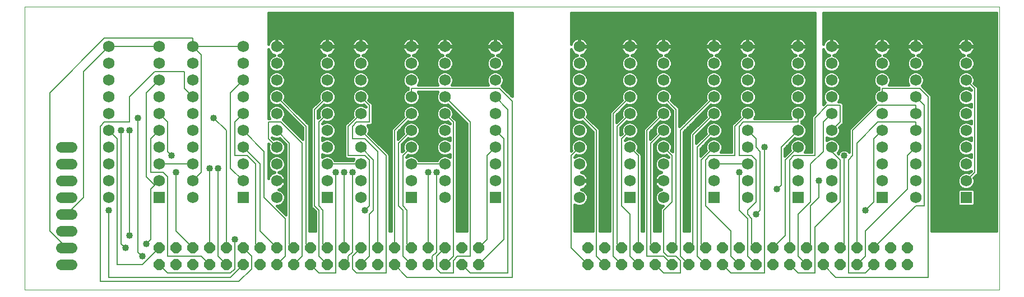
<source format=gtl>
G75*
G70*
%OFA0B0*%
%FSLAX24Y24*%
%IPPOS*%
%LPD*%
%AMOC8*
5,1,8,0,0,1.08239X$1,22.5*
%
%ADD10C,0.0000*%
%ADD11R,0.0680X0.0680*%
%ADD12C,0.0680*%
%ADD13OC8,0.0640*%
%ADD14C,0.0634*%
%ADD15C,0.0080*%
%ADD16C,0.0400*%
%ADD17C,0.0160*%
D10*
X000101Y000302D02*
X000101Y017172D01*
X058093Y017172D01*
X058093Y000302D01*
X000101Y000302D01*
D11*
X008101Y005802D03*
X013101Y005802D03*
X018101Y005802D03*
X023101Y005802D03*
X028101Y005802D03*
X036101Y005802D03*
X041101Y005802D03*
X046101Y005802D03*
X051101Y005802D03*
X056101Y005802D03*
D12*
X053101Y005802D03*
X053101Y006802D03*
X051101Y006802D03*
X048101Y006802D03*
X046101Y006802D03*
X046101Y007802D03*
X048101Y007802D03*
X048101Y008802D03*
X046101Y008802D03*
X046101Y009802D03*
X048101Y009802D03*
X051101Y009802D03*
X053101Y009802D03*
X056101Y009802D03*
X056101Y008802D03*
X056101Y007802D03*
X053101Y007802D03*
X051101Y007802D03*
X051101Y008802D03*
X053101Y008802D03*
X056101Y006802D03*
X048101Y005802D03*
X043101Y005802D03*
X043101Y006802D03*
X041101Y006802D03*
X038101Y006802D03*
X036101Y006802D03*
X033101Y006802D03*
X033101Y005802D03*
X028101Y006802D03*
X025101Y006802D03*
X023101Y006802D03*
X020101Y006802D03*
X018101Y006802D03*
X018101Y007802D03*
X020101Y007802D03*
X020101Y008802D03*
X018101Y008802D03*
X018101Y009802D03*
X020101Y009802D03*
X023101Y009802D03*
X025101Y009802D03*
X028101Y009802D03*
X028101Y008802D03*
X028101Y007802D03*
X025101Y007802D03*
X023101Y007802D03*
X023101Y008802D03*
X025101Y008802D03*
X025101Y010802D03*
X023101Y010802D03*
X020101Y010802D03*
X018101Y010802D03*
X018101Y011802D03*
X020101Y011802D03*
X023101Y011802D03*
X025101Y011802D03*
X028101Y011802D03*
X028101Y010802D03*
X033101Y010802D03*
X036101Y010802D03*
X038101Y010802D03*
X041101Y010802D03*
X043101Y010802D03*
X043101Y009802D03*
X041101Y009802D03*
X038101Y009802D03*
X036101Y009802D03*
X033101Y009802D03*
X033101Y008802D03*
X033101Y007802D03*
X036101Y007802D03*
X038101Y007802D03*
X038101Y008802D03*
X036101Y008802D03*
X041101Y008802D03*
X043101Y008802D03*
X043101Y007802D03*
X041101Y007802D03*
X038101Y005802D03*
X025101Y005802D03*
X020101Y005802D03*
X015101Y005802D03*
X015101Y006802D03*
X013101Y006802D03*
X010101Y006802D03*
X008101Y006802D03*
X005101Y006802D03*
X005101Y005802D03*
X010101Y005802D03*
X010101Y007802D03*
X008101Y007802D03*
X008101Y008802D03*
X010101Y008802D03*
X013101Y008802D03*
X015101Y008802D03*
X015101Y007802D03*
X013101Y007802D03*
X013101Y009802D03*
X015101Y009802D03*
X015101Y010802D03*
X013101Y010802D03*
X010101Y010802D03*
X008101Y010802D03*
X005101Y010802D03*
X005101Y009802D03*
X008101Y009802D03*
X010101Y009802D03*
X005101Y008802D03*
X005101Y007802D03*
X005101Y011802D03*
X008101Y011802D03*
X010101Y011802D03*
X013101Y011802D03*
X015101Y011802D03*
X015101Y012802D03*
X013101Y012802D03*
X013101Y013802D03*
X015101Y013802D03*
X015101Y014802D03*
X013101Y014802D03*
X010101Y014802D03*
X008101Y014802D03*
X005101Y014802D03*
X005101Y013802D03*
X005101Y012802D03*
X008101Y012802D03*
X010101Y012802D03*
X010101Y013802D03*
X008101Y013802D03*
X018101Y013802D03*
X020101Y013802D03*
X020101Y012802D03*
X018101Y012802D03*
X023101Y012802D03*
X025101Y012802D03*
X025101Y013802D03*
X023101Y013802D03*
X023101Y014802D03*
X025101Y014802D03*
X028101Y014802D03*
X028101Y013802D03*
X028101Y012802D03*
X033101Y012802D03*
X033101Y013802D03*
X036101Y013802D03*
X038101Y013802D03*
X038101Y012802D03*
X036101Y012802D03*
X036101Y011802D03*
X038101Y011802D03*
X041101Y011802D03*
X043101Y011802D03*
X043101Y012802D03*
X041101Y012802D03*
X041101Y013802D03*
X043101Y013802D03*
X043101Y014802D03*
X041101Y014802D03*
X038101Y014802D03*
X036101Y014802D03*
X033101Y014802D03*
X033101Y011802D03*
X020101Y014802D03*
X018101Y014802D03*
X046101Y014802D03*
X048101Y014802D03*
X051101Y014802D03*
X053101Y014802D03*
X056101Y014802D03*
X056101Y013802D03*
X056101Y012802D03*
X053101Y012802D03*
X051101Y012802D03*
X051101Y013802D03*
X053101Y013802D03*
X048101Y013802D03*
X046101Y013802D03*
X046101Y012802D03*
X048101Y012802D03*
X048101Y011802D03*
X046101Y011802D03*
X046101Y010802D03*
X048101Y010802D03*
X051101Y010802D03*
X053101Y010802D03*
X056101Y010802D03*
X056101Y011802D03*
X053101Y011802D03*
X051101Y011802D03*
D13*
X050601Y002802D03*
X049601Y002802D03*
X048601Y002802D03*
X047601Y002802D03*
X046601Y002802D03*
X045601Y002802D03*
X044601Y002802D03*
X043601Y002802D03*
X042601Y002802D03*
X041601Y002802D03*
X040601Y002802D03*
X039601Y002802D03*
X038601Y002802D03*
X037601Y002802D03*
X036601Y002802D03*
X035601Y002802D03*
X034601Y002802D03*
X033601Y002802D03*
X033601Y001802D03*
X034601Y001802D03*
X035601Y001802D03*
X036601Y001802D03*
X037601Y001802D03*
X038601Y001802D03*
X039601Y001802D03*
X040601Y001802D03*
X041601Y001802D03*
X042601Y001802D03*
X043601Y001802D03*
X044601Y001802D03*
X045601Y001802D03*
X046601Y001802D03*
X047601Y001802D03*
X048601Y001802D03*
X049601Y001802D03*
X050601Y001802D03*
X051601Y001802D03*
X052601Y001802D03*
X052601Y002802D03*
X051601Y002802D03*
X027101Y002802D03*
X026101Y002802D03*
X025101Y002802D03*
X024101Y002802D03*
X023101Y002802D03*
X022101Y002802D03*
X021101Y002802D03*
X020101Y002802D03*
X019101Y002802D03*
X018101Y002802D03*
X017101Y002802D03*
X016101Y002802D03*
X015101Y002802D03*
X014101Y002802D03*
X013101Y002802D03*
X012101Y002802D03*
X011101Y002802D03*
X010101Y002802D03*
X009101Y002802D03*
X008101Y002802D03*
X008101Y001802D03*
X009101Y001802D03*
X010101Y001802D03*
X011101Y001802D03*
X012101Y001802D03*
X013101Y001802D03*
X014101Y001802D03*
X015101Y001802D03*
X016101Y001802D03*
X017101Y001802D03*
X018101Y001802D03*
X019101Y001802D03*
X020101Y001802D03*
X021101Y001802D03*
X022101Y001802D03*
X023101Y001802D03*
X024101Y001802D03*
X025101Y001802D03*
X026101Y001802D03*
X027101Y001802D03*
D14*
X002918Y001802D02*
X002284Y001802D01*
X002284Y002802D02*
X002918Y002802D01*
X002918Y003802D02*
X002284Y003802D01*
X002284Y004802D02*
X002918Y004802D01*
X002918Y005802D02*
X002284Y005802D01*
X002284Y006802D02*
X002918Y006802D01*
X002918Y007802D02*
X002284Y007802D01*
X002284Y008802D02*
X002918Y008802D01*
D15*
X005101Y009802D02*
X005601Y009302D01*
X005601Y001802D01*
X007101Y001802D01*
X008101Y002802D01*
X007601Y003302D02*
X007351Y003052D01*
X007601Y003302D02*
X007601Y006302D01*
X007851Y006552D01*
X007351Y007052D01*
X007351Y012052D01*
X008101Y012802D01*
X007851Y013302D02*
X009601Y013302D01*
X009601Y012302D01*
X010101Y011802D01*
X012351Y012052D02*
X013101Y012802D01*
X012351Y012052D02*
X012351Y007552D01*
X013101Y006802D01*
X011601Y007552D02*
X011601Y002302D01*
X012101Y001802D01*
X011101Y001802D02*
X010601Y002302D01*
X008601Y002302D01*
X008601Y007052D01*
X008351Y007302D01*
X007601Y007302D01*
X007601Y009302D01*
X008101Y009802D01*
X008601Y010302D02*
X008101Y010802D01*
X006851Y010552D02*
X006851Y002552D01*
X007101Y002302D01*
X008101Y001802D02*
X008601Y001302D01*
X012351Y001302D01*
X012601Y001552D01*
X012601Y003302D01*
X013851Y003052D02*
X013851Y007802D01*
X013351Y008302D01*
X012601Y008302D01*
X012601Y010302D01*
X013101Y010802D01*
X012101Y009802D02*
X011351Y010552D01*
X012101Y009802D02*
X012101Y002802D01*
X011101Y002802D02*
X011101Y007552D01*
X010601Y007302D02*
X010601Y014302D01*
X010101Y014802D01*
X013101Y014802D01*
X010101Y014802D02*
X010101Y015302D01*
X004851Y015302D01*
X001601Y012052D01*
X001601Y003802D01*
X002601Y002802D01*
X005851Y003052D02*
X006101Y002802D01*
X005851Y003052D02*
X005851Y009802D01*
X006351Y009802D02*
X006351Y003552D01*
X009101Y003802D02*
X009101Y007302D01*
X010101Y006802D02*
X010601Y007302D01*
X010101Y007802D02*
X008101Y007802D01*
X008851Y008302D02*
X008601Y008552D01*
X008601Y010302D01*
X006351Y010302D02*
X006351Y011802D01*
X007851Y013302D01*
X005101Y014802D02*
X003601Y013302D01*
X003601Y005802D01*
X002601Y004802D01*
X005101Y005052D02*
X005101Y001052D01*
X012351Y001052D01*
X013101Y001802D01*
X013601Y001552D02*
X012851Y000802D01*
X004601Y000802D01*
X004601Y010052D01*
X004851Y010302D01*
X006351Y010302D01*
X013101Y009802D02*
X014351Y008552D01*
X014351Y005802D01*
X015601Y004552D01*
X015601Y002302D01*
X015101Y001802D01*
X016101Y001802D02*
X016601Y002302D01*
X016601Y009052D01*
X015351Y010302D01*
X014601Y010302D01*
X014601Y009302D01*
X015101Y008802D01*
X015851Y009052D02*
X015101Y009802D01*
X016851Y010052D02*
X015101Y011802D01*
X017351Y011052D02*
X018101Y011802D01*
X020101Y011802D02*
X020601Y011302D01*
X020601Y010302D01*
X019851Y010302D01*
X019601Y010052D01*
X019601Y009302D01*
X020351Y009302D01*
X021101Y008552D01*
X021101Y002802D01*
X022101Y002802D02*
X022101Y009802D01*
X023101Y010802D01*
X025101Y010802D02*
X025601Y010302D01*
X025601Y002302D01*
X025101Y001802D01*
X025601Y002052D02*
X025851Y002302D01*
X026601Y002302D01*
X026601Y010302D01*
X025101Y011802D01*
X023101Y011802D02*
X023101Y012302D01*
X028351Y012302D01*
X029101Y011552D01*
X029101Y001052D01*
X022851Y001052D01*
X022101Y001802D01*
X022601Y002302D02*
X023101Y001802D01*
X024101Y001802D02*
X024351Y002052D01*
X024351Y002302D01*
X024601Y002552D01*
X024601Y007302D01*
X024101Y007302D02*
X024101Y002802D01*
X024601Y002302D02*
X025101Y002802D01*
X024601Y002302D02*
X024601Y001552D01*
X024851Y001302D01*
X025601Y001302D01*
X025601Y002052D01*
X026101Y001802D02*
X026601Y001302D01*
X028851Y001302D01*
X028851Y011052D01*
X028101Y011802D01*
X033101Y010802D02*
X034101Y009802D01*
X034101Y002302D01*
X034601Y001802D01*
X035101Y002302D02*
X035601Y001802D01*
X036101Y002302D02*
X036601Y001802D01*
X037601Y001802D02*
X038101Y001302D01*
X039101Y001302D01*
X039101Y002052D01*
X038851Y002302D01*
X038351Y002302D01*
X038101Y002552D01*
X038101Y005052D01*
X038601Y005552D01*
X038601Y008302D01*
X038101Y008802D01*
X037351Y009052D02*
X038101Y009802D01*
X039101Y009802D02*
X041101Y011802D01*
X038851Y011052D02*
X038101Y011802D01*
X036101Y011802D02*
X035101Y010802D01*
X035101Y002302D01*
X036101Y002302D02*
X036101Y004802D01*
X035601Y005302D01*
X035601Y009302D01*
X036101Y009802D01*
X035351Y010052D02*
X036101Y010802D01*
X035351Y010052D02*
X035351Y003052D01*
X035601Y002802D01*
X036601Y002802D02*
X036601Y008302D01*
X036101Y008802D01*
X037351Y009052D02*
X037351Y003052D01*
X037601Y002802D01*
X038601Y002802D02*
X038851Y003052D01*
X038851Y011052D01*
X038101Y010802D02*
X037101Y009802D01*
X037101Y002302D01*
X038101Y002302D01*
X038601Y001802D01*
X039101Y002302D02*
X039601Y001802D01*
X040101Y002302D02*
X040601Y001802D01*
X041601Y001802D02*
X042101Y001302D01*
X044101Y001302D01*
X044101Y008802D01*
X043851Y008552D02*
X043601Y008802D01*
X043601Y009302D01*
X043101Y009802D01*
X042601Y010052D02*
X042851Y010302D01*
X046101Y010302D01*
X046101Y010802D01*
X047101Y010552D02*
X047851Y011302D01*
X048601Y011302D01*
X048601Y010302D01*
X048101Y009802D01*
X049351Y009802D02*
X050851Y011302D01*
X053101Y011302D01*
X053101Y010802D01*
X053101Y010302D02*
X053101Y009802D01*
X053101Y010302D02*
X050851Y010302D01*
X049601Y009052D01*
X049601Y002802D01*
X050601Y002802D02*
X053101Y005302D01*
X053601Y005302D01*
X053601Y011302D01*
X053101Y011802D01*
X053351Y012302D02*
X053851Y011802D01*
X053851Y001052D01*
X048351Y001052D01*
X047601Y001802D01*
X046601Y001802D02*
X046101Y002302D01*
X046101Y004802D01*
X046851Y005552D01*
X046851Y007802D01*
X047601Y008552D01*
X047601Y010302D01*
X048101Y010802D01*
X047101Y010552D02*
X047101Y008302D01*
X045851Y008302D01*
X045601Y008052D01*
X045601Y002802D01*
X046601Y002802D02*
X046851Y003052D01*
X046851Y005302D01*
X047351Y005802D01*
X047351Y006802D01*
X045101Y006552D02*
X045101Y008802D01*
X046101Y009802D01*
X049351Y009802D02*
X049351Y008302D01*
X049101Y008052D01*
X049101Y001302D01*
X050101Y001302D01*
X050601Y001802D01*
X050101Y002302D02*
X049601Y001802D01*
X050101Y002302D02*
X050101Y003802D01*
X052601Y006302D01*
X052601Y008302D01*
X053101Y008802D01*
X051101Y009802D02*
X050601Y009302D01*
X050601Y005552D01*
X050101Y005052D01*
X048601Y005552D02*
X048601Y008052D01*
X048101Y008552D01*
X048101Y008802D01*
X048851Y008302D02*
X048851Y003052D01*
X048601Y002802D01*
X046101Y001302D02*
X045601Y001802D01*
X046101Y001302D02*
X047101Y001302D01*
X047101Y004052D01*
X048601Y005552D01*
X045101Y006552D02*
X044851Y006302D01*
X043601Y005552D02*
X043601Y008052D01*
X043351Y008302D01*
X042601Y008302D01*
X042601Y010052D01*
X042351Y010052D02*
X043101Y010802D01*
X041101Y010802D02*
X039851Y009552D01*
X039851Y003052D01*
X039601Y002802D01*
X040351Y003052D02*
X040601Y002802D01*
X040351Y003052D02*
X040351Y008052D01*
X041101Y008802D01*
X040851Y008302D02*
X042351Y008302D01*
X042351Y010052D01*
X041101Y009802D02*
X040101Y008802D01*
X040101Y002302D01*
X039101Y002302D02*
X039101Y009802D01*
X040601Y008052D02*
X040851Y008302D01*
X040601Y008052D02*
X040601Y005302D01*
X042101Y003802D01*
X042101Y002302D01*
X042601Y001802D01*
X043101Y002302D02*
X043601Y001802D01*
X043101Y002302D02*
X043101Y004552D01*
X042601Y005052D01*
X042601Y007302D01*
X043101Y007802D02*
X041101Y007802D01*
X043851Y008552D02*
X043851Y005052D01*
X043601Y004802D01*
X043351Y004552D02*
X043101Y004802D01*
X043101Y005052D01*
X043601Y005552D01*
X043351Y004552D02*
X043351Y003052D01*
X043601Y002802D01*
X044601Y002802D02*
X045351Y003552D01*
X045351Y008052D01*
X046101Y008802D01*
X056101Y006802D02*
X056601Y007302D01*
X056601Y012302D01*
X056101Y012802D01*
X053351Y012302D02*
X051101Y012302D01*
X051101Y011802D01*
X033101Y008802D02*
X032601Y008302D01*
X032601Y002802D01*
X033601Y001802D01*
X028601Y003302D02*
X028601Y009302D01*
X028101Y009802D01*
X028101Y008802D02*
X027601Y008302D01*
X027601Y003302D01*
X027101Y002802D01*
X027101Y001802D02*
X028601Y003302D01*
X023101Y002802D02*
X022851Y003052D01*
X022851Y005052D01*
X022601Y005302D01*
X022601Y008302D01*
X023101Y008802D01*
X022351Y009052D02*
X023101Y009802D01*
X022351Y009052D02*
X022351Y005302D01*
X022601Y005052D01*
X022601Y002302D01*
X020601Y002302D02*
X020601Y004802D01*
X020851Y005052D01*
X020851Y008052D01*
X020101Y008802D01*
X020351Y008302D02*
X019351Y008302D01*
X019351Y010052D01*
X020101Y010802D01*
X018101Y010802D02*
X017601Y010302D01*
X017601Y005302D01*
X017851Y005052D01*
X017851Y003052D01*
X018101Y002802D01*
X019101Y002802D02*
X019101Y007302D01*
X019601Y007302D02*
X019601Y002552D01*
X019351Y002302D01*
X019351Y002052D01*
X019101Y001802D01*
X018101Y001802D02*
X017601Y002302D01*
X017601Y005052D01*
X017351Y005302D01*
X017351Y011052D01*
X016851Y010052D02*
X016851Y003052D01*
X017101Y002802D01*
X016101Y002802D02*
X015851Y003052D01*
X015851Y009052D01*
X014101Y007802D02*
X013101Y008802D01*
X014101Y007802D02*
X014101Y003802D01*
X015101Y002802D01*
X014101Y002802D02*
X013851Y003052D01*
X013601Y002302D02*
X013101Y002802D01*
X013601Y002302D02*
X013601Y001552D01*
X017101Y001802D02*
X017601Y001302D01*
X018601Y001302D01*
X018601Y007302D01*
X018101Y007802D02*
X020101Y007802D01*
X020601Y008052D02*
X020351Y008302D01*
X020601Y008052D02*
X020601Y005302D01*
X020351Y005052D01*
X020101Y002802D02*
X019601Y002302D01*
X019601Y001552D01*
X019851Y001302D01*
X021601Y001302D01*
X021601Y008302D01*
X020101Y009802D01*
X023101Y007802D02*
X025101Y007802D01*
X010101Y002802D02*
X009101Y003802D01*
X007851Y006552D02*
X008101Y006802D01*
X020101Y001802D02*
X020601Y002302D01*
X008101Y014802D02*
X005101Y014802D01*
D16*
X006851Y010552D03*
X006351Y009802D03*
X005851Y009802D03*
X008851Y008302D03*
X011101Y007552D03*
X011601Y007552D03*
X009101Y007302D03*
X005101Y005052D03*
X006351Y003552D03*
X007351Y003052D03*
X006101Y002802D03*
X007101Y002302D03*
X012601Y003302D03*
X020351Y005052D03*
X019601Y007302D03*
X019101Y007302D03*
X018601Y007302D03*
X024101Y007302D03*
X024601Y007302D03*
X011351Y010552D03*
X042601Y007302D03*
X044851Y006302D03*
X047351Y006802D03*
X048851Y008302D03*
X044101Y008802D03*
X050101Y005052D03*
X043601Y004802D03*
D17*
X039651Y004742D02*
X039301Y004742D01*
X039301Y004900D02*
X039651Y004900D01*
X039651Y005059D02*
X039301Y005059D01*
X039301Y005217D02*
X039651Y005217D01*
X039651Y005376D02*
X039301Y005376D01*
X039301Y005534D02*
X039651Y005534D01*
X039651Y005693D02*
X039301Y005693D01*
X039301Y005851D02*
X039651Y005851D01*
X039651Y006010D02*
X039301Y006010D01*
X039301Y006168D02*
X039651Y006168D01*
X039651Y006327D02*
X039301Y006327D01*
X039301Y006486D02*
X039651Y006486D01*
X039651Y006644D02*
X039301Y006644D01*
X039301Y006803D02*
X039651Y006803D01*
X039651Y006961D02*
X039301Y006961D01*
X039301Y007120D02*
X039651Y007120D01*
X039651Y007278D02*
X039301Y007278D01*
X039301Y007437D02*
X039651Y007437D01*
X039651Y007595D02*
X039301Y007595D01*
X039301Y007754D02*
X039651Y007754D01*
X039651Y007912D02*
X039301Y007912D01*
X039301Y008071D02*
X039651Y008071D01*
X039651Y008230D02*
X039301Y008230D01*
X039301Y008388D02*
X039651Y008388D01*
X039651Y008547D02*
X039301Y008547D01*
X039301Y008705D02*
X039651Y008705D01*
X039651Y008864D02*
X039301Y008864D01*
X039301Y009022D02*
X039651Y009022D01*
X039651Y009181D02*
X039301Y009181D01*
X039301Y009339D02*
X039651Y009339D01*
X039651Y009469D02*
X039651Y003802D01*
X039301Y003802D01*
X039301Y009719D01*
X040918Y011337D01*
X041001Y011302D01*
X040818Y011226D01*
X040677Y011086D01*
X040601Y010902D01*
X040601Y010703D01*
X040635Y010620D01*
X039651Y009635D01*
X039651Y009469D01*
X039651Y009498D02*
X039301Y009498D01*
X039301Y009656D02*
X039672Y009656D01*
X039831Y009815D02*
X039396Y009815D01*
X039555Y009974D02*
X039989Y009974D01*
X040148Y010132D02*
X039713Y010132D01*
X039872Y010291D02*
X040306Y010291D01*
X040465Y010449D02*
X040030Y010449D01*
X040189Y010608D02*
X040623Y010608D01*
X040601Y010766D02*
X040347Y010766D01*
X040506Y010925D02*
X040610Y010925D01*
X040665Y011083D02*
X040676Y011083D01*
X040823Y011242D02*
X040855Y011242D01*
X041001Y011302D02*
X041200Y011302D01*
X041384Y011378D01*
X041525Y011519D01*
X041601Y011703D01*
X041601Y011902D01*
X041525Y012086D01*
X041384Y012226D01*
X041200Y012302D01*
X041384Y012378D01*
X041525Y012519D01*
X041601Y012703D01*
X041601Y012902D01*
X041525Y013086D01*
X041384Y013226D01*
X041200Y013302D01*
X041001Y013302D01*
X040818Y013226D01*
X040677Y013086D01*
X040601Y012902D01*
X040601Y012703D01*
X040677Y012519D01*
X040818Y012378D01*
X041001Y012302D01*
X040818Y012226D01*
X040677Y012086D01*
X040601Y011902D01*
X040601Y011703D01*
X040635Y011620D01*
X039051Y010035D01*
X039051Y010969D01*
X039051Y011135D01*
X038566Y011620D01*
X038601Y011703D01*
X038601Y011902D01*
X038525Y012086D01*
X038384Y012226D01*
X038200Y012302D01*
X038384Y012378D01*
X038525Y012519D01*
X038601Y012703D01*
X038601Y012902D01*
X038525Y013086D01*
X038384Y013226D01*
X038200Y013302D01*
X038001Y013302D01*
X037818Y013226D01*
X037677Y013086D01*
X037601Y012902D01*
X037601Y012703D01*
X037677Y012519D01*
X037818Y012378D01*
X038001Y012302D01*
X037818Y012226D01*
X037677Y012086D01*
X037601Y011902D01*
X037601Y011703D01*
X037677Y011519D01*
X037818Y011378D01*
X038001Y011302D01*
X037818Y011226D01*
X037677Y011086D01*
X037601Y010902D01*
X037601Y010703D01*
X037635Y010620D01*
X036901Y009885D01*
X036901Y009719D01*
X036901Y003802D01*
X036801Y003802D01*
X036801Y008219D01*
X036801Y008385D01*
X036566Y008620D01*
X036601Y008703D01*
X036601Y008902D01*
X036525Y009086D01*
X036384Y009226D01*
X036200Y009302D01*
X036384Y009378D01*
X036525Y009519D01*
X036601Y009703D01*
X036601Y009902D01*
X036525Y010086D01*
X036384Y010226D01*
X036200Y010302D01*
X036384Y010378D01*
X036525Y010519D01*
X036601Y010703D01*
X036601Y010902D01*
X036525Y011086D01*
X036384Y011226D01*
X036200Y011302D01*
X036384Y011378D01*
X036525Y011519D01*
X036601Y011703D01*
X036601Y011902D01*
X036525Y012086D01*
X036384Y012226D01*
X036200Y012302D01*
X036384Y012378D01*
X036525Y012519D01*
X036601Y012703D01*
X036601Y012902D01*
X036525Y013086D01*
X036384Y013226D01*
X036200Y013302D01*
X036384Y013378D01*
X036525Y013519D01*
X036601Y013703D01*
X036601Y013902D01*
X036525Y014086D01*
X036384Y014226D01*
X036219Y014295D01*
X036223Y014295D01*
X036300Y014320D01*
X036373Y014358D01*
X036440Y014406D01*
X036497Y014464D01*
X036546Y014530D01*
X036583Y014603D01*
X036608Y014681D01*
X036621Y014761D01*
X036621Y014772D01*
X036131Y014772D01*
X036131Y014832D01*
X036621Y014832D01*
X036621Y014843D01*
X036608Y014924D01*
X036583Y015002D01*
X036546Y015075D01*
X036497Y015141D01*
X036440Y015199D01*
X036373Y015247D01*
X036300Y015284D01*
X036223Y015310D01*
X036142Y015322D01*
X036131Y015322D01*
X036131Y014833D01*
X036071Y014833D01*
X036071Y015322D01*
X036060Y015322D01*
X035979Y015310D01*
X035901Y015284D01*
X035828Y015247D01*
X035762Y015199D01*
X035704Y015141D01*
X035656Y015075D01*
X035619Y015002D01*
X035594Y014924D01*
X035581Y014843D01*
X035581Y014832D01*
X036071Y014832D01*
X036071Y014772D01*
X035581Y014772D01*
X035581Y014761D01*
X035594Y014681D01*
X035619Y014603D01*
X035656Y014530D01*
X035704Y014464D01*
X035762Y014406D01*
X035828Y014358D01*
X035901Y014320D01*
X035979Y014295D01*
X035983Y014295D01*
X035818Y014226D01*
X035677Y014086D01*
X035601Y013902D01*
X035601Y013703D01*
X035677Y013519D01*
X035818Y013378D01*
X036001Y013302D01*
X035818Y013226D01*
X035677Y013086D01*
X035601Y012902D01*
X035601Y012703D01*
X035677Y012519D01*
X035818Y012378D01*
X036001Y012302D01*
X035818Y012226D01*
X035677Y012086D01*
X035601Y011902D01*
X035601Y011703D01*
X035635Y011620D01*
X034901Y010885D01*
X034901Y010719D01*
X034901Y003802D01*
X034301Y003802D01*
X034301Y009719D01*
X034301Y009885D01*
X033566Y010620D01*
X033601Y010703D01*
X033601Y010902D01*
X033525Y011086D01*
X033384Y011226D01*
X033200Y011302D01*
X033384Y011378D01*
X033525Y011519D01*
X033601Y011703D01*
X033601Y011902D01*
X033525Y012086D01*
X033384Y012226D01*
X033200Y012302D01*
X033384Y012378D01*
X033525Y012519D01*
X033601Y012703D01*
X033601Y012902D01*
X033525Y013086D01*
X033384Y013226D01*
X033200Y013302D01*
X033001Y013302D01*
X032818Y013226D01*
X032677Y013086D01*
X032601Y012902D01*
X032601Y012703D01*
X032677Y012519D01*
X032818Y012378D01*
X033001Y012302D01*
X032818Y012226D01*
X032677Y012086D01*
X032601Y011902D01*
X032601Y011703D01*
X032677Y011519D01*
X032818Y011378D01*
X033001Y011302D01*
X032818Y011226D01*
X032677Y011086D01*
X032601Y010902D01*
X032601Y010703D01*
X032677Y010519D01*
X032818Y010378D01*
X033001Y010302D01*
X032818Y010226D01*
X032677Y010086D01*
X032601Y009902D01*
X032601Y009703D01*
X032677Y009519D01*
X032818Y009378D01*
X033001Y009302D01*
X032818Y009226D01*
X032677Y009086D01*
X032601Y008902D01*
X032601Y008703D01*
X032635Y008620D01*
X032601Y008585D01*
X032601Y014659D01*
X032619Y014603D01*
X032656Y014530D01*
X032704Y014464D01*
X032762Y014406D01*
X032828Y014358D01*
X032901Y014320D01*
X032979Y014295D01*
X032983Y014295D01*
X032818Y014226D01*
X032677Y014086D01*
X032601Y013902D01*
X032601Y013703D01*
X032677Y013519D01*
X032818Y013378D01*
X033001Y013302D01*
X033200Y013302D01*
X033384Y013378D01*
X033525Y013519D01*
X033601Y013703D01*
X033601Y013902D01*
X033525Y014086D01*
X033384Y014226D01*
X033219Y014295D01*
X033223Y014295D01*
X033300Y014320D01*
X033373Y014358D01*
X033440Y014406D01*
X033497Y014464D01*
X033546Y014530D01*
X033583Y014603D01*
X033608Y014681D01*
X033621Y014761D01*
X033621Y014772D01*
X033131Y014772D01*
X033131Y014832D01*
X033621Y014832D01*
X033621Y014843D01*
X033608Y014924D01*
X033583Y015002D01*
X033546Y015075D01*
X033497Y015141D01*
X033440Y015199D01*
X033373Y015247D01*
X033300Y015284D01*
X033223Y015310D01*
X033142Y015322D01*
X033131Y015322D01*
X033131Y014833D01*
X033071Y014833D01*
X033071Y015322D01*
X033060Y015322D01*
X032979Y015310D01*
X032901Y015284D01*
X032828Y015247D01*
X032762Y015199D01*
X032704Y015141D01*
X032656Y015075D01*
X032619Y015002D01*
X032601Y014946D01*
X032601Y016802D01*
X047101Y016802D01*
X047101Y010835D01*
X046901Y010635D01*
X046901Y010469D01*
X046901Y008502D01*
X046508Y008502D01*
X046525Y008519D01*
X046601Y008703D01*
X046601Y008902D01*
X046525Y009086D01*
X046384Y009226D01*
X046200Y009302D01*
X046384Y009378D01*
X046525Y009519D01*
X046601Y009703D01*
X046601Y009902D01*
X046525Y010086D01*
X046384Y010226D01*
X046301Y010261D01*
X046301Y010344D01*
X046384Y010378D01*
X046525Y010519D01*
X046601Y010703D01*
X046601Y010902D01*
X046525Y011086D01*
X046384Y011226D01*
X046200Y011302D01*
X046384Y011378D01*
X046525Y011519D01*
X046601Y011703D01*
X046601Y011902D01*
X046525Y012086D01*
X046384Y012226D01*
X046200Y012302D01*
X046384Y012378D01*
X046525Y012519D01*
X046601Y012703D01*
X046601Y012902D01*
X046525Y013086D01*
X046384Y013226D01*
X046200Y013302D01*
X046384Y013378D01*
X046525Y013519D01*
X046601Y013703D01*
X046601Y013902D01*
X046525Y014086D01*
X046384Y014226D01*
X046219Y014295D01*
X046223Y014295D01*
X046300Y014320D01*
X046373Y014358D01*
X046440Y014406D01*
X046497Y014464D01*
X046546Y014530D01*
X046583Y014603D01*
X046608Y014681D01*
X046621Y014761D01*
X046621Y014772D01*
X046131Y014772D01*
X046131Y014832D01*
X046621Y014832D01*
X046621Y014843D01*
X046608Y014924D01*
X046583Y015002D01*
X046546Y015075D01*
X046497Y015141D01*
X046440Y015199D01*
X046373Y015247D01*
X046300Y015284D01*
X046223Y015310D01*
X046142Y015322D01*
X046131Y015322D01*
X046131Y014833D01*
X046071Y014833D01*
X046071Y015322D01*
X046060Y015322D01*
X045979Y015310D01*
X045901Y015284D01*
X045828Y015247D01*
X045762Y015199D01*
X045704Y015141D01*
X045656Y015075D01*
X045619Y015002D01*
X045594Y014924D01*
X045581Y014843D01*
X045581Y014832D01*
X046071Y014832D01*
X046071Y014772D01*
X045581Y014772D01*
X045581Y014761D01*
X045594Y014681D01*
X045619Y014603D01*
X045656Y014530D01*
X045704Y014464D01*
X045762Y014406D01*
X045828Y014358D01*
X045901Y014320D01*
X045979Y014295D01*
X045983Y014295D01*
X045818Y014226D01*
X045677Y014086D01*
X045601Y013902D01*
X045601Y013703D01*
X045677Y013519D01*
X045818Y013378D01*
X046001Y013302D01*
X045818Y013226D01*
X045677Y013086D01*
X045601Y012902D01*
X045601Y012703D01*
X045677Y012519D01*
X045818Y012378D01*
X046001Y012302D01*
X045818Y012226D01*
X045677Y012086D01*
X045601Y011902D01*
X045601Y011703D01*
X045677Y011519D01*
X045818Y011378D01*
X046001Y011302D01*
X045818Y011226D01*
X045677Y011086D01*
X045601Y010902D01*
X045601Y010703D01*
X045677Y010519D01*
X045694Y010502D01*
X043508Y010502D01*
X043525Y010519D01*
X043601Y010703D01*
X043601Y010902D01*
X043525Y011086D01*
X043384Y011226D01*
X043200Y011302D01*
X043384Y011378D01*
X043525Y011519D01*
X043601Y011703D01*
X043601Y011902D01*
X043525Y012086D01*
X043384Y012226D01*
X043200Y012302D01*
X043384Y012378D01*
X043525Y012519D01*
X043601Y012703D01*
X043601Y012902D01*
X043525Y013086D01*
X043384Y013226D01*
X043200Y013302D01*
X043384Y013378D01*
X043525Y013519D01*
X043601Y013703D01*
X043601Y013902D01*
X043525Y014086D01*
X043384Y014226D01*
X043219Y014295D01*
X043223Y014295D01*
X043300Y014320D01*
X043373Y014358D01*
X043440Y014406D01*
X043497Y014464D01*
X043546Y014530D01*
X043583Y014603D01*
X043608Y014681D01*
X043621Y014761D01*
X043621Y014772D01*
X043131Y014772D01*
X043131Y014832D01*
X043621Y014832D01*
X043621Y014843D01*
X043608Y014924D01*
X043583Y015002D01*
X043546Y015075D01*
X043497Y015141D01*
X043440Y015199D01*
X043373Y015247D01*
X043300Y015284D01*
X043223Y015310D01*
X043142Y015322D01*
X043131Y015322D01*
X043131Y014833D01*
X043071Y014833D01*
X043071Y015322D01*
X043060Y015322D01*
X042979Y015310D01*
X042901Y015284D01*
X042828Y015247D01*
X042762Y015199D01*
X042704Y015141D01*
X042656Y015075D01*
X042619Y015002D01*
X042594Y014924D01*
X042581Y014843D01*
X042581Y014832D01*
X043071Y014832D01*
X043071Y014772D01*
X042581Y014772D01*
X042581Y014761D01*
X042594Y014681D01*
X042619Y014603D01*
X042656Y014530D01*
X042704Y014464D01*
X042762Y014406D01*
X042828Y014358D01*
X042901Y014320D01*
X042979Y014295D01*
X042983Y014295D01*
X042818Y014226D01*
X042677Y014086D01*
X042601Y013902D01*
X042601Y013703D01*
X042677Y013519D01*
X042818Y013378D01*
X043001Y013302D01*
X042818Y013226D01*
X042677Y013086D01*
X042601Y012902D01*
X042601Y012703D01*
X042677Y012519D01*
X042818Y012378D01*
X043001Y012302D01*
X042818Y012226D01*
X042677Y012086D01*
X042601Y011902D01*
X042601Y011703D01*
X042677Y011519D01*
X042818Y011378D01*
X043001Y011302D01*
X042818Y011226D01*
X042677Y011086D01*
X042601Y010902D01*
X042601Y010703D01*
X042635Y010620D01*
X042151Y010135D01*
X042151Y009969D01*
X042151Y008502D01*
X041508Y008502D01*
X041525Y008519D01*
X041601Y008703D01*
X041601Y008902D01*
X041525Y009086D01*
X041384Y009226D01*
X041200Y009302D01*
X041384Y009378D01*
X041525Y009519D01*
X041601Y009703D01*
X041601Y009902D01*
X041525Y010086D01*
X041384Y010226D01*
X041200Y010302D01*
X041384Y010378D01*
X041525Y010519D01*
X041601Y010703D01*
X041601Y010902D01*
X041525Y011086D01*
X041384Y011226D01*
X041200Y011302D01*
X041001Y011302D01*
X041346Y011242D02*
X042855Y011242D01*
X043001Y011302D02*
X043200Y011302D01*
X043001Y011302D01*
X042796Y011400D02*
X041406Y011400D01*
X041541Y011559D02*
X042660Y011559D01*
X042601Y011717D02*
X041601Y011717D01*
X041601Y011876D02*
X042601Y011876D01*
X042656Y012035D02*
X041546Y012035D01*
X041417Y012193D02*
X042784Y012193D01*
X042882Y012352D02*
X041319Y012352D01*
X041200Y012302D02*
X041001Y012302D01*
X041200Y012302D01*
X040882Y012352D02*
X038319Y012352D01*
X038200Y012302D02*
X038001Y012302D01*
X038200Y012302D01*
X038417Y012193D02*
X040784Y012193D01*
X040656Y012035D02*
X038546Y012035D01*
X038601Y011876D02*
X040601Y011876D01*
X040601Y011717D02*
X038601Y011717D01*
X038627Y011559D02*
X040575Y011559D01*
X040416Y011400D02*
X038786Y011400D01*
X038944Y011242D02*
X040257Y011242D01*
X040099Y011083D02*
X039051Y011083D01*
X039051Y010925D02*
X039940Y010925D01*
X039782Y010766D02*
X039051Y010766D01*
X039051Y010608D02*
X039623Y010608D01*
X039465Y010449D02*
X039051Y010449D01*
X039051Y010291D02*
X039306Y010291D01*
X039148Y010132D02*
X039051Y010132D01*
X038651Y010132D02*
X038478Y010132D01*
X038525Y010086D02*
X038384Y010226D01*
X038200Y010302D01*
X038384Y010378D01*
X038525Y010519D01*
X038601Y010703D01*
X038601Y010902D01*
X038525Y011086D01*
X038384Y011226D01*
X038200Y011302D01*
X038001Y011302D01*
X038200Y011302D01*
X038283Y011337D01*
X038651Y010969D01*
X038651Y008535D01*
X038566Y008620D01*
X038601Y008703D01*
X038601Y008902D01*
X038525Y009086D01*
X038384Y009226D01*
X038200Y009302D01*
X038384Y009378D01*
X038525Y009519D01*
X038601Y009703D01*
X038601Y009902D01*
X038525Y010086D01*
X038571Y009974D02*
X038651Y009974D01*
X038651Y009815D02*
X038601Y009815D01*
X038581Y009656D02*
X038651Y009656D01*
X038651Y009498D02*
X038503Y009498D01*
X038651Y009339D02*
X038289Y009339D01*
X038200Y009302D02*
X038001Y009302D01*
X037818Y009226D01*
X037677Y009086D01*
X037601Y008902D01*
X037601Y008703D01*
X037677Y008519D01*
X037818Y008378D01*
X038001Y008302D01*
X037818Y008226D01*
X037677Y008086D01*
X037601Y007902D01*
X037601Y007703D01*
X037677Y007519D01*
X037818Y007378D01*
X037983Y007310D01*
X037979Y007310D01*
X037901Y007284D01*
X037828Y007247D01*
X037762Y007199D01*
X037704Y007141D01*
X037656Y007075D01*
X037619Y007002D01*
X037594Y006924D01*
X037581Y006843D01*
X037581Y006832D01*
X038071Y006832D01*
X038071Y006772D01*
X037581Y006772D01*
X037581Y006761D01*
X037594Y006681D01*
X037619Y006603D01*
X037656Y006530D01*
X037704Y006464D01*
X037762Y006406D01*
X037828Y006358D01*
X037901Y006320D01*
X037979Y006295D01*
X037983Y006295D01*
X037818Y006226D01*
X037677Y006086D01*
X037601Y005902D01*
X037601Y005703D01*
X037677Y005519D01*
X037818Y005378D01*
X038001Y005302D01*
X038068Y005302D01*
X037901Y005135D01*
X037901Y004969D01*
X037901Y003802D01*
X037551Y003802D01*
X037551Y008969D01*
X037918Y009337D01*
X038001Y009302D01*
X038200Y009302D01*
X038429Y009181D02*
X038651Y009181D01*
X038651Y009022D02*
X038551Y009022D01*
X038601Y008864D02*
X038651Y008864D01*
X038651Y008705D02*
X038601Y008705D01*
X038639Y008547D02*
X038651Y008547D01*
X038401Y008219D02*
X038283Y008337D01*
X038200Y008302D01*
X038001Y008302D01*
X038200Y008302D01*
X038384Y008226D01*
X038401Y008209D01*
X038401Y008219D01*
X038391Y008230D02*
X038376Y008230D01*
X037826Y008230D02*
X037551Y008230D01*
X037551Y008388D02*
X037808Y008388D01*
X037665Y008547D02*
X037551Y008547D01*
X037551Y008705D02*
X037601Y008705D01*
X037601Y008864D02*
X037551Y008864D01*
X037603Y009022D02*
X037651Y009022D01*
X037762Y009181D02*
X037772Y009181D01*
X037514Y009498D02*
X037301Y009498D01*
X037301Y009656D02*
X037620Y009656D01*
X037635Y009620D02*
X037301Y009285D01*
X037301Y009719D01*
X037918Y010337D01*
X038001Y010302D01*
X037818Y010226D01*
X037677Y010086D01*
X037601Y009902D01*
X037601Y009703D01*
X037635Y009620D01*
X037601Y009815D02*
X037396Y009815D01*
X037555Y009974D02*
X037631Y009974D01*
X037713Y010132D02*
X037723Y010132D01*
X037872Y010291D02*
X037973Y010291D01*
X038001Y010302D02*
X038200Y010302D01*
X038001Y010302D01*
X038229Y010291D02*
X038651Y010291D01*
X038651Y010449D02*
X038455Y010449D01*
X038561Y010608D02*
X038651Y010608D01*
X038651Y010766D02*
X038601Y010766D01*
X038591Y010925D02*
X038651Y010925D01*
X038537Y011083D02*
X038526Y011083D01*
X038378Y011242D02*
X038346Y011242D01*
X037855Y011242D02*
X036346Y011242D01*
X036200Y011302D02*
X036001Y011302D01*
X035818Y011226D01*
X035677Y011086D01*
X035601Y010902D01*
X035601Y010703D01*
X035635Y010620D01*
X035301Y010285D01*
X035301Y010719D01*
X035918Y011337D01*
X036001Y011302D01*
X036200Y011302D01*
X036406Y011400D02*
X037796Y011400D01*
X037660Y011559D02*
X036541Y011559D01*
X036601Y011717D02*
X037601Y011717D01*
X037601Y011876D02*
X036601Y011876D01*
X036546Y012035D02*
X037656Y012035D01*
X037784Y012193D02*
X036417Y012193D01*
X036319Y012352D02*
X037882Y012352D01*
X037686Y012510D02*
X036516Y012510D01*
X036587Y012669D02*
X037615Y012669D01*
X037601Y012827D02*
X036601Y012827D01*
X036566Y012986D02*
X037636Y012986D01*
X037736Y013144D02*
X036466Y013144D01*
X036202Y013303D02*
X038000Y013303D01*
X038001Y013302D02*
X038200Y013302D01*
X038384Y013378D01*
X038525Y013519D01*
X038601Y013703D01*
X038601Y013902D01*
X038525Y014086D01*
X038384Y014226D01*
X038219Y014295D01*
X038223Y014295D01*
X038300Y014320D01*
X038373Y014358D01*
X038440Y014406D01*
X038497Y014464D01*
X038546Y014530D01*
X038583Y014603D01*
X038608Y014681D01*
X038621Y014761D01*
X038621Y014772D01*
X038131Y014772D01*
X038131Y014832D01*
X038621Y014832D01*
X038621Y014843D01*
X038608Y014924D01*
X038583Y015002D01*
X038546Y015075D01*
X038497Y015141D01*
X038440Y015199D01*
X038373Y015247D01*
X038300Y015284D01*
X038223Y015310D01*
X038142Y015322D01*
X038131Y015322D01*
X038131Y014833D01*
X038071Y014833D01*
X038071Y015322D01*
X038060Y015322D01*
X037979Y015310D01*
X037901Y015284D01*
X037828Y015247D01*
X037762Y015199D01*
X037704Y015141D01*
X037656Y015075D01*
X037619Y015002D01*
X037594Y014924D01*
X037581Y014843D01*
X037581Y014832D01*
X038071Y014832D01*
X038071Y014772D01*
X037581Y014772D01*
X037581Y014761D01*
X037594Y014681D01*
X037619Y014603D01*
X037656Y014530D01*
X037704Y014464D01*
X037762Y014406D01*
X037828Y014358D01*
X037901Y014320D01*
X037979Y014295D01*
X037983Y014295D01*
X037818Y014226D01*
X037677Y014086D01*
X037601Y013902D01*
X037601Y013703D01*
X037677Y013519D01*
X037818Y013378D01*
X038001Y013302D01*
X038202Y013303D02*
X041000Y013303D01*
X041001Y013302D02*
X041200Y013302D01*
X041384Y013378D01*
X041525Y013519D01*
X041601Y013703D01*
X041601Y013902D01*
X041525Y014086D01*
X041384Y014226D01*
X041219Y014295D01*
X041223Y014295D01*
X041300Y014320D01*
X041373Y014358D01*
X041440Y014406D01*
X041497Y014464D01*
X041546Y014530D01*
X041583Y014603D01*
X041608Y014681D01*
X041621Y014761D01*
X041621Y014772D01*
X041131Y014772D01*
X041131Y014832D01*
X041621Y014832D01*
X041621Y014843D01*
X041608Y014924D01*
X041583Y015002D01*
X041546Y015075D01*
X041497Y015141D01*
X041440Y015199D01*
X041373Y015247D01*
X041300Y015284D01*
X041223Y015310D01*
X041142Y015322D01*
X041131Y015322D01*
X041131Y014833D01*
X041071Y014833D01*
X041071Y015322D01*
X041060Y015322D01*
X040979Y015310D01*
X040901Y015284D01*
X040828Y015247D01*
X040762Y015199D01*
X040704Y015141D01*
X040656Y015075D01*
X040619Y015002D01*
X040594Y014924D01*
X040581Y014843D01*
X040581Y014832D01*
X041071Y014832D01*
X041071Y014772D01*
X040581Y014772D01*
X040581Y014761D01*
X040594Y014681D01*
X040619Y014603D01*
X040656Y014530D01*
X040704Y014464D01*
X040762Y014406D01*
X040828Y014358D01*
X040901Y014320D01*
X040979Y014295D01*
X040983Y014295D01*
X040818Y014226D01*
X040677Y014086D01*
X040601Y013902D01*
X040601Y013703D01*
X040677Y013519D01*
X040818Y013378D01*
X041001Y013302D01*
X041202Y013303D02*
X043000Y013303D01*
X043001Y013302D02*
X043200Y013302D01*
X043001Y013302D01*
X043202Y013303D02*
X046000Y013303D01*
X046001Y013302D02*
X046200Y013302D01*
X046001Y013302D01*
X046202Y013303D02*
X047101Y013303D01*
X047101Y013461D02*
X046467Y013461D01*
X046566Y013620D02*
X047101Y013620D01*
X047101Y013779D02*
X046601Y013779D01*
X046586Y013937D02*
X047101Y013937D01*
X047101Y014096D02*
X046515Y014096D01*
X046316Y014254D02*
X047101Y014254D01*
X047101Y014413D02*
X046447Y014413D01*
X046567Y014571D02*
X047101Y014571D01*
X047101Y014730D02*
X046616Y014730D01*
X046614Y014888D02*
X047101Y014888D01*
X047101Y015047D02*
X046560Y015047D01*
X046431Y015205D02*
X047101Y015205D01*
X047101Y015364D02*
X032601Y015364D01*
X032601Y015523D02*
X047101Y015523D01*
X047101Y015681D02*
X032601Y015681D01*
X032601Y015840D02*
X047101Y015840D01*
X047101Y015998D02*
X032601Y015998D01*
X032601Y016157D02*
X047101Y016157D01*
X047101Y016315D02*
X032601Y016315D01*
X032601Y016474D02*
X047101Y016474D01*
X047101Y016632D02*
X032601Y016632D01*
X032601Y016791D02*
X047101Y016791D01*
X047601Y016791D02*
X057913Y016791D01*
X057913Y016802D02*
X057913Y003802D01*
X054051Y003802D01*
X054051Y011719D01*
X054051Y011885D01*
X053551Y012385D01*
X053471Y012465D01*
X053525Y012519D01*
X053601Y012703D01*
X053601Y012902D01*
X053525Y013086D01*
X053384Y013226D01*
X053200Y013302D01*
X053384Y013378D01*
X053525Y013519D01*
X053601Y013703D01*
X053601Y013902D01*
X053525Y014086D01*
X053384Y014226D01*
X053219Y014295D01*
X053223Y014295D01*
X053300Y014320D01*
X053373Y014358D01*
X053440Y014406D01*
X053497Y014464D01*
X053546Y014530D01*
X053583Y014603D01*
X053608Y014681D01*
X053621Y014761D01*
X053621Y014772D01*
X053131Y014772D01*
X053131Y014832D01*
X053621Y014832D01*
X053621Y014843D01*
X053608Y014924D01*
X053583Y015002D01*
X053546Y015075D01*
X053497Y015141D01*
X053440Y015199D01*
X053373Y015247D01*
X053300Y015284D01*
X053223Y015310D01*
X053142Y015322D01*
X053131Y015322D01*
X053131Y014833D01*
X053071Y014833D01*
X053071Y015322D01*
X053060Y015322D01*
X052979Y015310D01*
X052901Y015284D01*
X052828Y015247D01*
X052762Y015199D01*
X052704Y015141D01*
X052656Y015075D01*
X052619Y015002D01*
X052594Y014924D01*
X052581Y014843D01*
X052581Y014832D01*
X053071Y014832D01*
X053071Y014772D01*
X052581Y014772D01*
X052581Y014761D01*
X052594Y014681D01*
X052619Y014603D01*
X052656Y014530D01*
X052704Y014464D01*
X052762Y014406D01*
X052828Y014358D01*
X052901Y014320D01*
X052979Y014295D01*
X052983Y014295D01*
X052818Y014226D01*
X052677Y014086D01*
X052601Y013902D01*
X052601Y013703D01*
X052677Y013519D01*
X052818Y013378D01*
X053001Y013302D01*
X052818Y013226D01*
X052677Y013086D01*
X052601Y012902D01*
X052601Y012703D01*
X052677Y012519D01*
X052694Y012502D01*
X051508Y012502D01*
X051525Y012519D01*
X051601Y012703D01*
X051601Y012902D01*
X051525Y013086D01*
X051384Y013226D01*
X051200Y013302D01*
X051384Y013378D01*
X051525Y013519D01*
X051601Y013703D01*
X051601Y013902D01*
X051525Y014086D01*
X051384Y014226D01*
X051219Y014295D01*
X051223Y014295D01*
X051300Y014320D01*
X051373Y014358D01*
X051440Y014406D01*
X051497Y014464D01*
X051546Y014530D01*
X051583Y014603D01*
X051608Y014681D01*
X051621Y014761D01*
X051621Y014772D01*
X051131Y014772D01*
X051131Y014832D01*
X051621Y014832D01*
X051621Y014843D01*
X051608Y014924D01*
X051583Y015002D01*
X051546Y015075D01*
X051497Y015141D01*
X051440Y015199D01*
X051373Y015247D01*
X051300Y015284D01*
X051223Y015310D01*
X051142Y015322D01*
X051131Y015322D01*
X051131Y014833D01*
X051071Y014833D01*
X051071Y015322D01*
X051060Y015322D01*
X050979Y015310D01*
X050901Y015284D01*
X050828Y015247D01*
X050762Y015199D01*
X050704Y015141D01*
X050656Y015075D01*
X050619Y015002D01*
X050594Y014924D01*
X050581Y014843D01*
X050581Y014832D01*
X051071Y014832D01*
X051071Y014772D01*
X050581Y014772D01*
X050581Y014761D01*
X050594Y014681D01*
X050619Y014603D01*
X050656Y014530D01*
X050704Y014464D01*
X050762Y014406D01*
X050828Y014358D01*
X050901Y014320D01*
X050979Y014295D01*
X050983Y014295D01*
X050818Y014226D01*
X050677Y014086D01*
X050601Y013902D01*
X050601Y013703D01*
X050677Y013519D01*
X050818Y013378D01*
X051001Y013302D01*
X050818Y013226D01*
X050677Y013086D01*
X050601Y012902D01*
X050601Y012703D01*
X050677Y012519D01*
X050818Y012378D01*
X050901Y012344D01*
X050901Y012261D01*
X050818Y012226D01*
X050677Y012086D01*
X050601Y011902D01*
X050601Y011703D01*
X050677Y011519D01*
X050731Y011465D01*
X050651Y011385D01*
X049151Y009885D01*
X049151Y009719D01*
X049151Y008511D01*
X049055Y008608D01*
X048922Y008662D01*
X048779Y008662D01*
X048647Y008608D01*
X048546Y008506D01*
X048512Y008424D01*
X048471Y008465D01*
X048525Y008519D01*
X048601Y008703D01*
X048601Y008902D01*
X048525Y009086D01*
X048384Y009226D01*
X048200Y009302D01*
X048384Y009378D01*
X048525Y009519D01*
X048601Y009703D01*
X048601Y009902D01*
X048566Y009985D01*
X048801Y010219D01*
X048801Y010385D01*
X048801Y011385D01*
X048684Y011502D01*
X048518Y011502D01*
X048508Y011502D01*
X048525Y011519D01*
X048601Y011703D01*
X048601Y011902D01*
X048525Y012086D01*
X048384Y012226D01*
X048200Y012302D01*
X048384Y012378D01*
X048525Y012519D01*
X048601Y012703D01*
X048601Y012902D01*
X048525Y013086D01*
X048384Y013226D01*
X048200Y013302D01*
X048001Y013302D01*
X047818Y013226D01*
X047677Y013086D01*
X047601Y012902D01*
X047601Y012703D01*
X047677Y012519D01*
X047818Y012378D01*
X048001Y012302D01*
X047818Y012226D01*
X047677Y012086D01*
X047601Y011902D01*
X047601Y011703D01*
X047677Y011519D01*
X047731Y011465D01*
X047651Y011385D01*
X047601Y011335D01*
X047601Y014659D01*
X047619Y014603D01*
X047656Y014530D01*
X047704Y014464D01*
X047762Y014406D01*
X047828Y014358D01*
X047901Y014320D01*
X047979Y014295D01*
X047983Y014295D01*
X047818Y014226D01*
X047677Y014086D01*
X047601Y013902D01*
X047601Y013703D01*
X047677Y013519D01*
X047818Y013378D01*
X048001Y013302D01*
X048200Y013302D01*
X048384Y013378D01*
X048525Y013519D01*
X048601Y013703D01*
X048601Y013902D01*
X048525Y014086D01*
X048384Y014226D01*
X048219Y014295D01*
X048223Y014295D01*
X048300Y014320D01*
X048373Y014358D01*
X048440Y014406D01*
X048497Y014464D01*
X048546Y014530D01*
X048583Y014603D01*
X048608Y014681D01*
X048621Y014761D01*
X048621Y014772D01*
X048131Y014772D01*
X048131Y014832D01*
X048621Y014832D01*
X048621Y014843D01*
X048608Y014924D01*
X048583Y015002D01*
X048546Y015075D01*
X048497Y015141D01*
X048440Y015199D01*
X048373Y015247D01*
X048300Y015284D01*
X048223Y015310D01*
X048142Y015322D01*
X048131Y015322D01*
X048131Y014833D01*
X048071Y014833D01*
X048071Y015322D01*
X048060Y015322D01*
X047979Y015310D01*
X047901Y015284D01*
X047828Y015247D01*
X047762Y015199D01*
X047704Y015141D01*
X047656Y015075D01*
X047619Y015002D01*
X047601Y014946D01*
X047601Y016802D01*
X057913Y016802D01*
X057913Y016632D02*
X047601Y016632D01*
X047601Y016474D02*
X057913Y016474D01*
X057913Y016315D02*
X047601Y016315D01*
X047601Y016157D02*
X057913Y016157D01*
X057913Y015998D02*
X047601Y015998D01*
X047601Y015840D02*
X057913Y015840D01*
X057913Y015681D02*
X047601Y015681D01*
X047601Y015523D02*
X057913Y015523D01*
X057913Y015364D02*
X047601Y015364D01*
X047601Y015205D02*
X047771Y015205D01*
X047642Y015047D02*
X047601Y015047D01*
X048071Y015047D02*
X048131Y015047D01*
X048131Y015205D02*
X048071Y015205D01*
X048431Y015205D02*
X050771Y015205D01*
X050642Y015047D02*
X048560Y015047D01*
X048614Y014888D02*
X050588Y014888D01*
X050586Y014730D02*
X048616Y014730D01*
X048567Y014571D02*
X050635Y014571D01*
X050755Y014413D02*
X048447Y014413D01*
X048316Y014254D02*
X050885Y014254D01*
X050687Y014096D02*
X048515Y014096D01*
X048586Y013937D02*
X050615Y013937D01*
X050601Y013779D02*
X048601Y013779D01*
X048566Y013620D02*
X050635Y013620D01*
X050735Y013461D02*
X048467Y013461D01*
X048202Y013303D02*
X051000Y013303D01*
X051001Y013302D02*
X051200Y013302D01*
X051001Y013302D01*
X051202Y013303D02*
X053000Y013303D01*
X053001Y013302D02*
X053200Y013302D01*
X053001Y013302D01*
X053202Y013303D02*
X056000Y013303D01*
X056001Y013302D02*
X056200Y013302D01*
X056384Y013378D01*
X056525Y013519D01*
X056601Y013703D01*
X056601Y013902D01*
X056525Y014086D01*
X056384Y014226D01*
X056219Y014295D01*
X056223Y014295D01*
X056300Y014320D01*
X056373Y014358D01*
X056440Y014406D01*
X056497Y014464D01*
X056546Y014530D01*
X056583Y014603D01*
X056608Y014681D01*
X056621Y014761D01*
X056621Y014772D01*
X056131Y014772D01*
X056131Y014832D01*
X056621Y014832D01*
X056621Y014843D01*
X056608Y014924D01*
X056583Y015002D01*
X056546Y015075D01*
X056497Y015141D01*
X056440Y015199D01*
X056373Y015247D01*
X056300Y015284D01*
X056223Y015310D01*
X056142Y015322D01*
X056131Y015322D01*
X056131Y014833D01*
X056071Y014833D01*
X056071Y015322D01*
X056060Y015322D01*
X055979Y015310D01*
X055901Y015284D01*
X055828Y015247D01*
X055762Y015199D01*
X055704Y015141D01*
X055656Y015075D01*
X055619Y015002D01*
X055594Y014924D01*
X055581Y014843D01*
X055581Y014832D01*
X056071Y014832D01*
X056071Y014772D01*
X055581Y014772D01*
X055581Y014761D01*
X055594Y014681D01*
X055619Y014603D01*
X055656Y014530D01*
X055704Y014464D01*
X055762Y014406D01*
X055828Y014358D01*
X055901Y014320D01*
X055979Y014295D01*
X055983Y014295D01*
X055818Y014226D01*
X055677Y014086D01*
X055601Y013902D01*
X055601Y013703D01*
X055677Y013519D01*
X055818Y013378D01*
X056001Y013302D01*
X055818Y013226D01*
X055677Y013086D01*
X055601Y012902D01*
X055601Y012703D01*
X055677Y012519D01*
X055818Y012378D01*
X056001Y012302D01*
X055818Y012226D01*
X055677Y012086D01*
X055601Y011902D01*
X055601Y011703D01*
X055677Y011519D01*
X055818Y011378D01*
X056001Y011302D01*
X055818Y011226D01*
X055677Y011086D01*
X055601Y010902D01*
X055601Y010703D01*
X055677Y010519D01*
X055818Y010378D01*
X056001Y010302D01*
X055818Y010226D01*
X055677Y010086D01*
X055601Y009902D01*
X055601Y009703D01*
X055677Y009519D01*
X055818Y009378D01*
X056001Y009302D01*
X055818Y009226D01*
X055677Y009086D01*
X055601Y008902D01*
X055601Y008703D01*
X055677Y008519D01*
X055818Y008378D01*
X056001Y008302D01*
X055818Y008226D01*
X055677Y008086D01*
X055601Y007902D01*
X055601Y007703D01*
X055677Y007519D01*
X055818Y007378D01*
X056001Y007302D01*
X055818Y007226D01*
X055677Y007086D01*
X055601Y006902D01*
X055601Y006703D01*
X055677Y006519D01*
X055818Y006378D01*
X056001Y006302D01*
X056200Y006302D01*
X056384Y006378D01*
X056525Y006519D01*
X056601Y006703D01*
X056601Y006902D01*
X056566Y006985D01*
X056684Y007102D01*
X056801Y007219D01*
X056801Y012219D01*
X056801Y012385D01*
X056566Y012620D01*
X056601Y012703D01*
X056601Y012902D01*
X056525Y013086D01*
X056384Y013226D01*
X056200Y013302D01*
X056001Y013302D01*
X056202Y013303D02*
X057913Y013303D01*
X057913Y013461D02*
X056467Y013461D01*
X056566Y013620D02*
X057913Y013620D01*
X057913Y013779D02*
X056601Y013779D01*
X056586Y013937D02*
X057913Y013937D01*
X057913Y014096D02*
X056515Y014096D01*
X056316Y014254D02*
X057913Y014254D01*
X057913Y014413D02*
X056447Y014413D01*
X056567Y014571D02*
X057913Y014571D01*
X057913Y014730D02*
X056616Y014730D01*
X056614Y014888D02*
X057913Y014888D01*
X057913Y015047D02*
X056560Y015047D01*
X056431Y015205D02*
X057913Y015205D01*
X056131Y015205D02*
X056071Y015205D01*
X056071Y015047D02*
X056131Y015047D01*
X056131Y014888D02*
X056071Y014888D01*
X055642Y015047D02*
X053560Y015047D01*
X053614Y014888D02*
X055588Y014888D01*
X055586Y014730D02*
X053616Y014730D01*
X053567Y014571D02*
X055635Y014571D01*
X055755Y014413D02*
X053447Y014413D01*
X053316Y014254D02*
X055885Y014254D01*
X055687Y014096D02*
X053515Y014096D01*
X053586Y013937D02*
X055615Y013937D01*
X055601Y013779D02*
X053601Y013779D01*
X053566Y013620D02*
X055635Y013620D01*
X055735Y013461D02*
X053467Y013461D01*
X053466Y013144D02*
X055736Y013144D01*
X055636Y012986D02*
X053566Y012986D01*
X053601Y012827D02*
X055601Y012827D01*
X055615Y012669D02*
X053587Y012669D01*
X053516Y012510D02*
X055686Y012510D01*
X055882Y012352D02*
X053584Y012352D01*
X053743Y012193D02*
X055784Y012193D01*
X055656Y012035D02*
X053901Y012035D01*
X054051Y011876D02*
X055601Y011876D01*
X055601Y011717D02*
X054051Y011717D01*
X054051Y011559D02*
X055660Y011559D01*
X055796Y011400D02*
X054051Y011400D01*
X054051Y011242D02*
X055855Y011242D01*
X056001Y011302D02*
X056200Y011302D01*
X056384Y011226D01*
X056401Y011209D01*
X056401Y011395D01*
X056384Y011378D01*
X056200Y011302D01*
X056001Y011302D01*
X056346Y011242D02*
X056401Y011242D01*
X056801Y011242D02*
X057913Y011242D01*
X057913Y011400D02*
X056801Y011400D01*
X056801Y011559D02*
X057913Y011559D01*
X057913Y011717D02*
X056801Y011717D01*
X056801Y011876D02*
X057913Y011876D01*
X057913Y012035D02*
X056801Y012035D01*
X056801Y012193D02*
X057913Y012193D01*
X057913Y012352D02*
X056801Y012352D01*
X056676Y012510D02*
X057913Y012510D01*
X057913Y012669D02*
X056587Y012669D01*
X056601Y012827D02*
X057913Y012827D01*
X057913Y012986D02*
X056566Y012986D01*
X056466Y013144D02*
X057913Y013144D01*
X056401Y012219D02*
X056283Y012337D01*
X056200Y012302D01*
X056001Y012302D01*
X056200Y012302D01*
X056384Y012226D01*
X056401Y012209D01*
X056401Y012219D01*
X056801Y011083D02*
X057913Y011083D01*
X057913Y010925D02*
X056801Y010925D01*
X056801Y010766D02*
X057913Y010766D01*
X057913Y010608D02*
X056801Y010608D01*
X056801Y010449D02*
X057913Y010449D01*
X057913Y010291D02*
X056801Y010291D01*
X056801Y010132D02*
X057913Y010132D01*
X057913Y009974D02*
X056801Y009974D01*
X056801Y009815D02*
X057913Y009815D01*
X057913Y009656D02*
X056801Y009656D01*
X056801Y009498D02*
X057913Y009498D01*
X057913Y009339D02*
X056801Y009339D01*
X056801Y009181D02*
X057913Y009181D01*
X057913Y009022D02*
X056801Y009022D01*
X056801Y008864D02*
X057913Y008864D01*
X057913Y008705D02*
X056801Y008705D01*
X056801Y008547D02*
X057913Y008547D01*
X057913Y008388D02*
X056801Y008388D01*
X056801Y008230D02*
X057913Y008230D01*
X057913Y008071D02*
X056801Y008071D01*
X056801Y007912D02*
X057913Y007912D01*
X057913Y007754D02*
X056801Y007754D01*
X056801Y007595D02*
X057913Y007595D01*
X057913Y007437D02*
X056801Y007437D01*
X056801Y007278D02*
X057913Y007278D01*
X057913Y007120D02*
X056701Y007120D01*
X056576Y006961D02*
X057913Y006961D01*
X057913Y006803D02*
X056601Y006803D01*
X056576Y006644D02*
X057913Y006644D01*
X057913Y006486D02*
X056491Y006486D01*
X056507Y006302D02*
X055694Y006302D01*
X055601Y006209D01*
X055601Y005396D01*
X055694Y005302D01*
X056507Y005302D01*
X056601Y005396D01*
X056601Y006209D01*
X056507Y006302D01*
X056601Y006168D02*
X057913Y006168D01*
X057913Y006010D02*
X056601Y006010D01*
X056601Y005851D02*
X057913Y005851D01*
X057913Y005693D02*
X056601Y005693D01*
X056601Y005534D02*
X057913Y005534D01*
X057913Y005376D02*
X056580Y005376D01*
X055621Y005376D02*
X054051Y005376D01*
X054051Y005534D02*
X055601Y005534D01*
X055601Y005693D02*
X054051Y005693D01*
X054051Y005851D02*
X055601Y005851D01*
X055601Y006010D02*
X054051Y006010D01*
X054051Y006168D02*
X055601Y006168D01*
X055942Y006327D02*
X054051Y006327D01*
X054051Y006486D02*
X055710Y006486D01*
X055625Y006644D02*
X054051Y006644D01*
X054051Y006803D02*
X055601Y006803D01*
X055625Y006961D02*
X054051Y006961D01*
X054051Y007120D02*
X055711Y007120D01*
X055943Y007278D02*
X054051Y007278D01*
X054051Y007437D02*
X055759Y007437D01*
X055645Y007595D02*
X054051Y007595D01*
X054051Y007754D02*
X055601Y007754D01*
X055605Y007912D02*
X054051Y007912D01*
X054051Y008071D02*
X055671Y008071D01*
X055826Y008230D02*
X054051Y008230D01*
X054051Y008388D02*
X055808Y008388D01*
X056001Y008302D02*
X056200Y008302D01*
X056384Y008226D01*
X056401Y008209D01*
X056401Y008395D01*
X056384Y008378D01*
X056200Y008302D01*
X056001Y008302D01*
X056376Y008230D02*
X056401Y008230D01*
X056394Y008388D02*
X056401Y008388D01*
X055665Y008547D02*
X054051Y008547D01*
X054051Y008705D02*
X055601Y008705D01*
X055601Y008864D02*
X054051Y008864D01*
X054051Y009022D02*
X055651Y009022D01*
X055772Y009181D02*
X054051Y009181D01*
X054051Y009339D02*
X055912Y009339D01*
X056001Y009302D02*
X056200Y009302D01*
X056001Y009302D01*
X056200Y009302D02*
X056384Y009226D01*
X056401Y009209D01*
X056401Y009395D01*
X056384Y009378D01*
X056200Y009302D01*
X056289Y009339D02*
X056401Y009339D01*
X055698Y009498D02*
X054051Y009498D01*
X054051Y009656D02*
X055620Y009656D01*
X055601Y009815D02*
X054051Y009815D01*
X054051Y009974D02*
X055631Y009974D01*
X055723Y010132D02*
X054051Y010132D01*
X054051Y010291D02*
X055973Y010291D01*
X056001Y010302D02*
X056200Y010302D01*
X056384Y010226D01*
X056401Y010209D01*
X056401Y010395D01*
X056384Y010378D01*
X056200Y010302D01*
X056001Y010302D01*
X056229Y010291D02*
X056401Y010291D01*
X055747Y010449D02*
X054051Y010449D01*
X054051Y010608D02*
X055640Y010608D01*
X055601Y010766D02*
X054051Y010766D01*
X054051Y010925D02*
X055610Y010925D01*
X055676Y011083D02*
X054051Y011083D01*
X050666Y011400D02*
X048786Y011400D01*
X048801Y011242D02*
X050507Y011242D01*
X050349Y011083D02*
X048801Y011083D01*
X048801Y010925D02*
X050190Y010925D01*
X050032Y010766D02*
X048801Y010766D01*
X048801Y010608D02*
X049873Y010608D01*
X049715Y010449D02*
X048801Y010449D01*
X048801Y010291D02*
X049556Y010291D01*
X049398Y010132D02*
X048713Y010132D01*
X048571Y009974D02*
X049239Y009974D01*
X049151Y009815D02*
X048601Y009815D01*
X048581Y009656D02*
X049151Y009656D01*
X049151Y009498D02*
X048503Y009498D01*
X048289Y009339D02*
X049151Y009339D01*
X049151Y009181D02*
X048429Y009181D01*
X048551Y009022D02*
X049151Y009022D01*
X049151Y008864D02*
X048601Y008864D01*
X048601Y008705D02*
X049151Y008705D01*
X049151Y008547D02*
X049116Y008547D01*
X048586Y008547D02*
X048536Y008547D01*
X046901Y008547D02*
X046536Y008547D01*
X046601Y008705D02*
X046901Y008705D01*
X046901Y008864D02*
X046601Y008864D01*
X046551Y009022D02*
X046901Y009022D01*
X046901Y009181D02*
X046429Y009181D01*
X046289Y009339D02*
X046901Y009339D01*
X046901Y009498D02*
X046503Y009498D01*
X046581Y009656D02*
X046901Y009656D01*
X046901Y009815D02*
X046601Y009815D01*
X046571Y009974D02*
X046901Y009974D01*
X046901Y010132D02*
X046478Y010132D01*
X046301Y010291D02*
X046901Y010291D01*
X046901Y010449D02*
X046455Y010449D01*
X046561Y010608D02*
X046901Y010608D01*
X047032Y010766D02*
X046601Y010766D01*
X046591Y010925D02*
X047101Y010925D01*
X047101Y011083D02*
X046526Y011083D01*
X046346Y011242D02*
X047101Y011242D01*
X047101Y011400D02*
X046406Y011400D01*
X046541Y011559D02*
X047101Y011559D01*
X047101Y011717D02*
X046601Y011717D01*
X046601Y011876D02*
X047101Y011876D01*
X047101Y012035D02*
X046546Y012035D01*
X046417Y012193D02*
X047101Y012193D01*
X047101Y012352D02*
X046319Y012352D01*
X046200Y012302D02*
X046001Y012302D01*
X046200Y012302D01*
X045882Y012352D02*
X043319Y012352D01*
X043200Y012302D02*
X043001Y012302D01*
X043200Y012302D01*
X043417Y012193D02*
X045784Y012193D01*
X045656Y012035D02*
X043546Y012035D01*
X043601Y011876D02*
X045601Y011876D01*
X045601Y011717D02*
X043601Y011717D01*
X043541Y011559D02*
X045660Y011559D01*
X045796Y011400D02*
X043406Y011400D01*
X043346Y011242D02*
X045855Y011242D01*
X046001Y011302D02*
X046200Y011302D01*
X046001Y011302D01*
X045676Y011083D02*
X043526Y011083D01*
X043591Y010925D02*
X045610Y010925D01*
X045601Y010766D02*
X043601Y010766D01*
X043561Y010608D02*
X045640Y010608D01*
X047601Y011400D02*
X047666Y011400D01*
X047660Y011559D02*
X047601Y011559D01*
X048541Y011559D02*
X050660Y011559D01*
X050601Y011717D02*
X048601Y011717D01*
X048601Y011876D02*
X050601Y011876D01*
X050656Y012035D02*
X048546Y012035D01*
X048417Y012193D02*
X050784Y012193D01*
X050882Y012352D02*
X048319Y012352D01*
X048200Y012302D02*
X048001Y012302D01*
X048200Y012302D01*
X047882Y012352D02*
X047601Y012352D01*
X047601Y012510D02*
X047686Y012510D01*
X047615Y012669D02*
X047601Y012669D01*
X047101Y012669D02*
X046587Y012669D01*
X046601Y012827D02*
X047101Y012827D01*
X047101Y012986D02*
X046566Y012986D01*
X046466Y013144D02*
X047101Y013144D01*
X047601Y013144D02*
X047736Y013144D01*
X047636Y012986D02*
X047601Y012986D01*
X047601Y013303D02*
X048000Y013303D01*
X047735Y013461D02*
X047601Y013461D01*
X047601Y013620D02*
X047635Y013620D01*
X047615Y013937D02*
X047601Y013937D01*
X047601Y014096D02*
X047687Y014096D01*
X047601Y014254D02*
X047885Y014254D01*
X047755Y014413D02*
X047601Y014413D01*
X047601Y014571D02*
X047635Y014571D01*
X048071Y014888D02*
X048131Y014888D01*
X046131Y014888D02*
X046071Y014888D01*
X046071Y015047D02*
X046131Y015047D01*
X046131Y015205D02*
X046071Y015205D01*
X045771Y015205D02*
X043431Y015205D01*
X043560Y015047D02*
X045642Y015047D01*
X045588Y014888D02*
X043614Y014888D01*
X043616Y014730D02*
X045586Y014730D01*
X045635Y014571D02*
X043567Y014571D01*
X043447Y014413D02*
X045755Y014413D01*
X045885Y014254D02*
X043316Y014254D01*
X043515Y014096D02*
X045687Y014096D01*
X045615Y013937D02*
X043586Y013937D01*
X043601Y013779D02*
X045601Y013779D01*
X045635Y013620D02*
X043566Y013620D01*
X043467Y013461D02*
X045735Y013461D01*
X045736Y013144D02*
X043466Y013144D01*
X043566Y012986D02*
X045636Y012986D01*
X045601Y012827D02*
X043601Y012827D01*
X043587Y012669D02*
X045615Y012669D01*
X045686Y012510D02*
X043516Y012510D01*
X042686Y012510D02*
X041516Y012510D01*
X041587Y012669D02*
X042615Y012669D01*
X042601Y012827D02*
X041601Y012827D01*
X041566Y012986D02*
X042636Y012986D01*
X042736Y013144D02*
X041466Y013144D01*
X041467Y013461D02*
X042735Y013461D01*
X042635Y013620D02*
X041566Y013620D01*
X041601Y013779D02*
X042601Y013779D01*
X042615Y013937D02*
X041586Y013937D01*
X041515Y014096D02*
X042687Y014096D01*
X042885Y014254D02*
X041316Y014254D01*
X041447Y014413D02*
X042755Y014413D01*
X042635Y014571D02*
X041567Y014571D01*
X041616Y014730D02*
X042586Y014730D01*
X042588Y014888D02*
X041614Y014888D01*
X041560Y015047D02*
X042642Y015047D01*
X042771Y015205D02*
X041431Y015205D01*
X041131Y015205D02*
X041071Y015205D01*
X041071Y015047D02*
X041131Y015047D01*
X041131Y014888D02*
X041071Y014888D01*
X040642Y015047D02*
X038560Y015047D01*
X038614Y014888D02*
X040588Y014888D01*
X040586Y014730D02*
X038616Y014730D01*
X038567Y014571D02*
X040635Y014571D01*
X040755Y014413D02*
X038447Y014413D01*
X038316Y014254D02*
X040885Y014254D01*
X040687Y014096D02*
X038515Y014096D01*
X038586Y013937D02*
X040615Y013937D01*
X040601Y013779D02*
X038601Y013779D01*
X038566Y013620D02*
X040635Y013620D01*
X040735Y013461D02*
X038467Y013461D01*
X038466Y013144D02*
X040736Y013144D01*
X040636Y012986D02*
X038566Y012986D01*
X038601Y012827D02*
X040601Y012827D01*
X040615Y012669D02*
X038587Y012669D01*
X038516Y012510D02*
X040686Y012510D01*
X037735Y013461D02*
X036467Y013461D01*
X036566Y013620D02*
X037635Y013620D01*
X037601Y013779D02*
X036601Y013779D01*
X036586Y013937D02*
X037615Y013937D01*
X037687Y014096D02*
X036515Y014096D01*
X036316Y014254D02*
X037885Y014254D01*
X037755Y014413D02*
X036447Y014413D01*
X036567Y014571D02*
X037635Y014571D01*
X037586Y014730D02*
X036616Y014730D01*
X036614Y014888D02*
X037588Y014888D01*
X037642Y015047D02*
X036560Y015047D01*
X036431Y015205D02*
X037771Y015205D01*
X038071Y015205D02*
X038131Y015205D01*
X038131Y015047D02*
X038071Y015047D01*
X038071Y014888D02*
X038131Y014888D01*
X038431Y015205D02*
X040771Y015205D01*
X043071Y015205D02*
X043131Y015205D01*
X043131Y015047D02*
X043071Y015047D01*
X043071Y014888D02*
X043131Y014888D01*
X048466Y013144D02*
X050736Y013144D01*
X050636Y012986D02*
X048566Y012986D01*
X048601Y012827D02*
X050601Y012827D01*
X050615Y012669D02*
X048587Y012669D01*
X048516Y012510D02*
X050686Y012510D01*
X051516Y012510D02*
X052686Y012510D01*
X052615Y012669D02*
X051587Y012669D01*
X051601Y012827D02*
X052601Y012827D01*
X052636Y012986D02*
X051566Y012986D01*
X051466Y013144D02*
X052736Y013144D01*
X052735Y013461D02*
X051467Y013461D01*
X051566Y013620D02*
X052635Y013620D01*
X052601Y013779D02*
X051601Y013779D01*
X051586Y013937D02*
X052615Y013937D01*
X052687Y014096D02*
X051515Y014096D01*
X051316Y014254D02*
X052885Y014254D01*
X052755Y014413D02*
X051447Y014413D01*
X051567Y014571D02*
X052635Y014571D01*
X052586Y014730D02*
X051616Y014730D01*
X051614Y014888D02*
X052588Y014888D01*
X052642Y015047D02*
X051560Y015047D01*
X051431Y015205D02*
X052771Y015205D01*
X053071Y015205D02*
X053131Y015205D01*
X053131Y015047D02*
X053071Y015047D01*
X053071Y014888D02*
X053131Y014888D01*
X053431Y015205D02*
X055771Y015205D01*
X051131Y015205D02*
X051071Y015205D01*
X051071Y015047D02*
X051131Y015047D01*
X051131Y014888D02*
X051071Y014888D01*
X047101Y012510D02*
X046516Y012510D01*
X047601Y012193D02*
X047784Y012193D01*
X047656Y012035D02*
X047601Y012035D01*
X042676Y011083D02*
X041526Y011083D01*
X041591Y010925D02*
X042610Y010925D01*
X042601Y010766D02*
X041601Y010766D01*
X041561Y010608D02*
X042623Y010608D01*
X042465Y010449D02*
X041455Y010449D01*
X041229Y010291D02*
X042306Y010291D01*
X042151Y010132D02*
X041478Y010132D01*
X041571Y009974D02*
X042151Y009974D01*
X042151Y009815D02*
X041601Y009815D01*
X041581Y009656D02*
X042151Y009656D01*
X042151Y009498D02*
X041503Y009498D01*
X041289Y009339D02*
X042151Y009339D01*
X042151Y009181D02*
X041429Y009181D01*
X041551Y009022D02*
X042151Y009022D01*
X042151Y008864D02*
X041601Y008864D01*
X041601Y008705D02*
X042151Y008705D01*
X042151Y008547D02*
X041536Y008547D01*
X040635Y008620D02*
X040301Y008285D01*
X040301Y008719D01*
X040918Y009337D01*
X041001Y009302D01*
X040818Y009226D01*
X040677Y009086D01*
X040601Y008902D01*
X040601Y008703D01*
X040635Y008620D01*
X040601Y008705D02*
X040301Y008705D01*
X040301Y008547D02*
X040562Y008547D01*
X040404Y008388D02*
X040301Y008388D01*
X040445Y008864D02*
X040601Y008864D01*
X040603Y009022D02*
X040651Y009022D01*
X040762Y009181D02*
X040772Y009181D01*
X041001Y009302D02*
X041200Y009302D01*
X041001Y009302D01*
X040514Y009498D02*
X040079Y009498D01*
X040051Y009469D02*
X040918Y010337D01*
X041001Y010302D01*
X040818Y010226D01*
X040677Y010086D01*
X040601Y009902D01*
X040601Y009703D01*
X040635Y009620D01*
X040051Y009035D01*
X040051Y009469D01*
X040051Y009339D02*
X040355Y009339D01*
X040196Y009181D02*
X040051Y009181D01*
X040238Y009656D02*
X040620Y009656D01*
X040601Y009815D02*
X040396Y009815D01*
X040555Y009974D02*
X040631Y009974D01*
X040713Y010132D02*
X040723Y010132D01*
X040872Y010291D02*
X040973Y010291D01*
X041001Y010302D02*
X041200Y010302D01*
X041001Y010302D01*
X037623Y010608D02*
X036561Y010608D01*
X036601Y010766D02*
X037601Y010766D01*
X037610Y010925D02*
X036591Y010925D01*
X036526Y011083D02*
X037676Y011083D01*
X035855Y011242D02*
X035823Y011242D01*
X035676Y011083D02*
X035665Y011083D01*
X035610Y010925D02*
X035506Y010925D01*
X035601Y010766D02*
X035347Y010766D01*
X035301Y010608D02*
X035623Y010608D01*
X035465Y010449D02*
X035301Y010449D01*
X035301Y010291D02*
X035306Y010291D01*
X035551Y009969D02*
X035918Y010337D01*
X036001Y010302D01*
X035818Y010226D01*
X035677Y010086D01*
X035601Y009902D01*
X035601Y009703D01*
X035635Y009620D01*
X035551Y009535D01*
X035551Y009969D01*
X035555Y009974D02*
X035631Y009974D01*
X035601Y009815D02*
X035551Y009815D01*
X035551Y009656D02*
X035620Y009656D01*
X035918Y009337D02*
X036001Y009302D01*
X035818Y009226D01*
X035801Y009209D01*
X035801Y009219D01*
X035918Y009337D01*
X036001Y009302D02*
X036200Y009302D01*
X036001Y009302D01*
X036289Y009339D02*
X036901Y009339D01*
X036901Y009181D02*
X036429Y009181D01*
X036551Y009022D02*
X036901Y009022D01*
X036901Y008864D02*
X036601Y008864D01*
X036601Y008705D02*
X036901Y008705D01*
X036901Y008547D02*
X036639Y008547D01*
X036798Y008388D02*
X036901Y008388D01*
X036901Y008230D02*
X036801Y008230D01*
X036801Y008071D02*
X036901Y008071D01*
X036901Y007912D02*
X036801Y007912D01*
X036801Y007754D02*
X036901Y007754D01*
X036901Y007595D02*
X036801Y007595D01*
X036801Y007437D02*
X036901Y007437D01*
X036901Y007278D02*
X036801Y007278D01*
X036801Y007120D02*
X036901Y007120D01*
X036901Y006961D02*
X036801Y006961D01*
X036801Y006803D02*
X036901Y006803D01*
X036901Y006644D02*
X036801Y006644D01*
X036801Y006486D02*
X036901Y006486D01*
X036901Y006327D02*
X036801Y006327D01*
X036801Y006168D02*
X036901Y006168D01*
X036901Y006010D02*
X036801Y006010D01*
X036801Y005851D02*
X036901Y005851D01*
X036901Y005693D02*
X036801Y005693D01*
X036801Y005534D02*
X036901Y005534D01*
X036901Y005376D02*
X036801Y005376D01*
X036801Y005217D02*
X036901Y005217D01*
X036901Y005059D02*
X036801Y005059D01*
X036801Y004900D02*
X036901Y004900D01*
X036901Y004742D02*
X036801Y004742D01*
X036801Y004583D02*
X036901Y004583D01*
X036901Y004424D02*
X036801Y004424D01*
X036801Y004266D02*
X036901Y004266D01*
X036901Y004107D02*
X036801Y004107D01*
X036801Y003949D02*
X036901Y003949D01*
X037551Y003949D02*
X037901Y003949D01*
X037901Y004107D02*
X037551Y004107D01*
X037551Y004266D02*
X037901Y004266D01*
X037901Y004424D02*
X037551Y004424D01*
X037551Y004583D02*
X037901Y004583D01*
X037901Y004742D02*
X037551Y004742D01*
X037551Y004900D02*
X037901Y004900D01*
X037901Y005059D02*
X037551Y005059D01*
X037551Y005217D02*
X037983Y005217D01*
X037824Y005376D02*
X037551Y005376D01*
X037551Y005534D02*
X037671Y005534D01*
X037605Y005693D02*
X037551Y005693D01*
X037551Y005851D02*
X037601Y005851D01*
X037646Y006010D02*
X037551Y006010D01*
X037551Y006168D02*
X037760Y006168D01*
X037888Y006327D02*
X037551Y006327D01*
X037551Y006486D02*
X037688Y006486D01*
X037605Y006644D02*
X037551Y006644D01*
X037551Y006803D02*
X038071Y006803D01*
X037606Y006961D02*
X037551Y006961D01*
X037551Y007120D02*
X037689Y007120D01*
X037551Y007278D02*
X037889Y007278D01*
X037759Y007437D02*
X037551Y007437D01*
X037551Y007595D02*
X037645Y007595D01*
X037601Y007754D02*
X037551Y007754D01*
X037551Y007912D02*
X037605Y007912D01*
X037551Y008071D02*
X037671Y008071D01*
X034901Y008071D02*
X034301Y008071D01*
X034301Y007912D02*
X034901Y007912D01*
X034901Y007754D02*
X034301Y007754D01*
X034301Y007595D02*
X034901Y007595D01*
X034901Y007437D02*
X034301Y007437D01*
X034301Y007278D02*
X034901Y007278D01*
X034901Y007120D02*
X034301Y007120D01*
X034301Y006961D02*
X034901Y006961D01*
X034901Y006803D02*
X034301Y006803D01*
X034301Y006644D02*
X034901Y006644D01*
X034901Y006486D02*
X034301Y006486D01*
X034301Y006327D02*
X034901Y006327D01*
X034901Y006168D02*
X034301Y006168D01*
X034301Y006010D02*
X034901Y006010D01*
X034901Y005851D02*
X034301Y005851D01*
X034301Y005693D02*
X034901Y005693D01*
X034901Y005534D02*
X034301Y005534D01*
X034301Y005376D02*
X034901Y005376D01*
X034901Y005217D02*
X034301Y005217D01*
X034301Y005059D02*
X034901Y005059D01*
X034901Y004900D02*
X034301Y004900D01*
X034301Y004742D02*
X034901Y004742D01*
X034901Y004583D02*
X034301Y004583D01*
X034301Y004424D02*
X034901Y004424D01*
X034901Y004266D02*
X034301Y004266D01*
X034301Y004107D02*
X034901Y004107D01*
X034901Y003949D02*
X034301Y003949D01*
X033901Y003949D02*
X032801Y003949D01*
X032801Y003802D02*
X032801Y005395D01*
X032818Y005378D01*
X033001Y005302D01*
X033200Y005302D01*
X033384Y005378D01*
X033525Y005519D01*
X033601Y005703D01*
X033601Y005902D01*
X033525Y006086D01*
X033384Y006226D01*
X033219Y006295D01*
X033223Y006295D01*
X033300Y006320D01*
X033373Y006358D01*
X033440Y006406D01*
X033497Y006464D01*
X033546Y006530D01*
X033583Y006603D01*
X033608Y006681D01*
X033621Y006761D01*
X033621Y006772D01*
X033131Y006772D01*
X033131Y006832D01*
X033621Y006832D01*
X033621Y006843D01*
X033608Y006924D01*
X033583Y007002D01*
X033546Y007075D01*
X033497Y007141D01*
X033440Y007199D01*
X033373Y007247D01*
X033300Y007284D01*
X033223Y007310D01*
X033219Y007310D01*
X033384Y007378D01*
X033525Y007519D01*
X033601Y007703D01*
X033601Y007902D01*
X033525Y008086D01*
X033384Y008226D01*
X033200Y008302D01*
X033384Y008378D01*
X033525Y008519D01*
X033601Y008703D01*
X033601Y008902D01*
X033525Y009086D01*
X033384Y009226D01*
X033200Y009302D01*
X033384Y009378D01*
X033525Y009519D01*
X033601Y009703D01*
X033601Y009902D01*
X033525Y010086D01*
X033384Y010226D01*
X033200Y010302D01*
X033001Y010302D01*
X033200Y010302D01*
X033283Y010337D01*
X033901Y009719D01*
X033901Y003802D01*
X032801Y003802D01*
X032801Y004107D02*
X033901Y004107D01*
X033901Y004266D02*
X032801Y004266D01*
X032801Y004424D02*
X033901Y004424D01*
X033901Y004583D02*
X032801Y004583D01*
X032801Y004742D02*
X033901Y004742D01*
X033901Y004900D02*
X032801Y004900D01*
X032801Y005059D02*
X033901Y005059D01*
X033901Y005217D02*
X032801Y005217D01*
X032801Y005376D02*
X032824Y005376D01*
X033377Y005376D02*
X033901Y005376D01*
X033901Y005534D02*
X033531Y005534D01*
X033597Y005693D02*
X033901Y005693D01*
X033901Y005851D02*
X033601Y005851D01*
X033556Y006010D02*
X033901Y006010D01*
X033901Y006168D02*
X033442Y006168D01*
X033313Y006327D02*
X033901Y006327D01*
X033901Y006486D02*
X033513Y006486D01*
X033596Y006644D02*
X033901Y006644D01*
X033901Y006803D02*
X033131Y006803D01*
X033596Y006961D02*
X033901Y006961D01*
X033901Y007120D02*
X033513Y007120D01*
X033312Y007278D02*
X033901Y007278D01*
X033901Y007437D02*
X033442Y007437D01*
X033556Y007595D02*
X033901Y007595D01*
X033901Y007754D02*
X033601Y007754D01*
X033596Y007912D02*
X033901Y007912D01*
X033901Y008071D02*
X033531Y008071D01*
X033376Y008230D02*
X033901Y008230D01*
X033901Y008388D02*
X033394Y008388D01*
X033200Y008302D02*
X033001Y008302D01*
X032818Y008226D01*
X032801Y008209D01*
X032801Y008219D01*
X032918Y008337D01*
X033001Y008302D01*
X033200Y008302D01*
X032826Y008230D02*
X032811Y008230D01*
X033536Y008547D02*
X033901Y008547D01*
X033901Y008705D02*
X033601Y008705D01*
X033601Y008864D02*
X033901Y008864D01*
X033901Y009022D02*
X033551Y009022D01*
X033429Y009181D02*
X033901Y009181D01*
X033901Y009339D02*
X033289Y009339D01*
X033200Y009302D02*
X033001Y009302D01*
X033200Y009302D01*
X032912Y009339D02*
X032601Y009339D01*
X032601Y009181D02*
X032772Y009181D01*
X032651Y009022D02*
X032601Y009022D01*
X032601Y009498D02*
X032698Y009498D01*
X032620Y009656D02*
X032601Y009656D01*
X032601Y009974D02*
X032631Y009974D01*
X032601Y010132D02*
X032723Y010132D01*
X032601Y010291D02*
X032973Y010291D01*
X033229Y010291D02*
X033330Y010291D01*
X033478Y010132D02*
X033488Y010132D01*
X033571Y009974D02*
X033647Y009974D01*
X033601Y009815D02*
X033805Y009815D01*
X033901Y009656D02*
X033581Y009656D01*
X033503Y009498D02*
X033901Y009498D01*
X034301Y009498D02*
X034901Y009498D01*
X034901Y009656D02*
X034301Y009656D01*
X034301Y009815D02*
X034901Y009815D01*
X034901Y009974D02*
X034212Y009974D01*
X034054Y010132D02*
X034901Y010132D01*
X034901Y010291D02*
X033895Y010291D01*
X033737Y010449D02*
X034901Y010449D01*
X034901Y010608D02*
X033578Y010608D01*
X033601Y010766D02*
X034901Y010766D01*
X034940Y010925D02*
X033591Y010925D01*
X033526Y011083D02*
X035099Y011083D01*
X035257Y011242D02*
X033346Y011242D01*
X033200Y011302D02*
X033001Y011302D01*
X033200Y011302D01*
X033406Y011400D02*
X035416Y011400D01*
X035575Y011559D02*
X033541Y011559D01*
X033601Y011717D02*
X035601Y011717D01*
X035601Y011876D02*
X033601Y011876D01*
X033546Y012035D02*
X035656Y012035D01*
X035784Y012193D02*
X033417Y012193D01*
X033319Y012352D02*
X035882Y012352D01*
X036001Y012302D02*
X036200Y012302D01*
X036001Y012302D01*
X035686Y012510D02*
X033516Y012510D01*
X033587Y012669D02*
X035615Y012669D01*
X035601Y012827D02*
X033601Y012827D01*
X033566Y012986D02*
X035636Y012986D01*
X035736Y013144D02*
X033466Y013144D01*
X033202Y013303D02*
X036000Y013303D01*
X036001Y013302D02*
X036200Y013302D01*
X036001Y013302D01*
X035735Y013461D02*
X033467Y013461D01*
X033566Y013620D02*
X035635Y013620D01*
X035601Y013779D02*
X033601Y013779D01*
X033586Y013937D02*
X035615Y013937D01*
X035687Y014096D02*
X033515Y014096D01*
X033316Y014254D02*
X035885Y014254D01*
X035755Y014413D02*
X033447Y014413D01*
X033567Y014571D02*
X035635Y014571D01*
X035586Y014730D02*
X033616Y014730D01*
X033614Y014888D02*
X035588Y014888D01*
X035642Y015047D02*
X033560Y015047D01*
X033431Y015205D02*
X035771Y015205D01*
X036071Y015205D02*
X036131Y015205D01*
X036131Y015047D02*
X036071Y015047D01*
X036071Y014888D02*
X036131Y014888D01*
X033131Y014888D02*
X033071Y014888D01*
X033071Y015047D02*
X033131Y015047D01*
X033131Y015205D02*
X033071Y015205D01*
X032771Y015205D02*
X032601Y015205D01*
X032601Y015047D02*
X032642Y015047D01*
X032635Y014571D02*
X032601Y014571D01*
X032601Y014413D02*
X032755Y014413D01*
X032885Y014254D02*
X032601Y014254D01*
X032601Y014096D02*
X032687Y014096D01*
X032615Y013937D02*
X032601Y013937D01*
X032601Y013620D02*
X032635Y013620D01*
X032601Y013461D02*
X032735Y013461D01*
X032601Y013303D02*
X033000Y013303D01*
X032736Y013144D02*
X032601Y013144D01*
X032601Y012986D02*
X032636Y012986D01*
X032615Y012669D02*
X032601Y012669D01*
X032601Y012510D02*
X032686Y012510D01*
X032601Y012352D02*
X032882Y012352D01*
X033001Y012302D02*
X033200Y012302D01*
X033001Y012302D01*
X032784Y012193D02*
X032601Y012193D01*
X032601Y012035D02*
X032656Y012035D01*
X032660Y011559D02*
X032601Y011559D01*
X032601Y011400D02*
X032796Y011400D01*
X032855Y011242D02*
X032601Y011242D01*
X032601Y011083D02*
X032676Y011083D01*
X032610Y010925D02*
X032601Y010925D01*
X032601Y010608D02*
X032640Y010608D01*
X032601Y010449D02*
X032747Y010449D01*
X035713Y010132D02*
X035723Y010132D01*
X035872Y010291D02*
X035973Y010291D01*
X036001Y010302D02*
X036200Y010302D01*
X036001Y010302D01*
X036229Y010291D02*
X037306Y010291D01*
X037465Y010449D02*
X036455Y010449D01*
X036478Y010132D02*
X037148Y010132D01*
X036989Y009974D02*
X036571Y009974D01*
X036601Y009815D02*
X036901Y009815D01*
X036901Y009656D02*
X036581Y009656D01*
X036503Y009498D02*
X036901Y009498D01*
X037301Y009339D02*
X037355Y009339D01*
X034901Y009339D02*
X034301Y009339D01*
X034301Y009181D02*
X034901Y009181D01*
X034901Y009022D02*
X034301Y009022D01*
X034301Y008864D02*
X034901Y008864D01*
X034901Y008705D02*
X034301Y008705D01*
X034301Y008547D02*
X034901Y008547D01*
X034901Y008388D02*
X034301Y008388D01*
X034301Y008230D02*
X034901Y008230D01*
X026401Y008230D02*
X025801Y008230D01*
X025801Y008388D02*
X026401Y008388D01*
X026401Y008547D02*
X025801Y008547D01*
X025801Y008705D02*
X026401Y008705D01*
X026401Y008864D02*
X025801Y008864D01*
X025801Y009022D02*
X026401Y009022D01*
X026401Y009181D02*
X025801Y009181D01*
X025801Y009339D02*
X026401Y009339D01*
X026401Y009498D02*
X025801Y009498D01*
X025801Y009656D02*
X026401Y009656D01*
X026401Y009815D02*
X025801Y009815D01*
X025801Y009974D02*
X026401Y009974D01*
X026401Y010132D02*
X025801Y010132D01*
X025801Y010219D02*
X025801Y010385D01*
X025566Y010620D01*
X025601Y010703D01*
X025601Y010902D01*
X025525Y011086D01*
X025384Y011226D01*
X025200Y011302D01*
X025283Y011337D01*
X026401Y010219D01*
X026401Y003802D01*
X025801Y003802D01*
X025801Y010219D01*
X025801Y010291D02*
X026330Y010291D01*
X026171Y010449D02*
X025737Y010449D01*
X025578Y010608D02*
X026013Y010608D01*
X025854Y010766D02*
X025601Y010766D01*
X025591Y010925D02*
X025696Y010925D01*
X025537Y011083D02*
X025526Y011083D01*
X025378Y011242D02*
X025346Y011242D01*
X025200Y011302D02*
X025001Y011302D01*
X024818Y011226D01*
X024677Y011086D01*
X024601Y010902D01*
X024601Y010703D01*
X024677Y010519D01*
X024818Y010378D01*
X025001Y010302D01*
X024818Y010226D01*
X024677Y010086D01*
X024601Y009902D01*
X024601Y009703D01*
X024677Y009519D01*
X024818Y009378D01*
X025001Y009302D01*
X024818Y009226D01*
X024677Y009086D01*
X024601Y008902D01*
X024601Y008703D01*
X024677Y008519D01*
X024818Y008378D01*
X025001Y008302D01*
X024818Y008226D01*
X024677Y008086D01*
X024642Y008002D01*
X023559Y008002D01*
X023525Y008086D01*
X023384Y008226D01*
X023200Y008302D01*
X023384Y008378D01*
X023525Y008519D01*
X023601Y008703D01*
X023601Y008902D01*
X023525Y009086D01*
X023384Y009226D01*
X023200Y009302D01*
X023384Y009378D01*
X023525Y009519D01*
X023601Y009703D01*
X023601Y009902D01*
X023525Y010086D01*
X023384Y010226D01*
X023200Y010302D01*
X023384Y010378D01*
X023525Y010519D01*
X023601Y010703D01*
X023601Y010902D01*
X023525Y011086D01*
X023384Y011226D01*
X023200Y011302D01*
X023384Y011378D01*
X023525Y011519D01*
X023601Y011703D01*
X023601Y011902D01*
X023525Y012086D01*
X023508Y012102D01*
X024694Y012102D01*
X024677Y012086D01*
X024601Y011902D01*
X024601Y011703D01*
X024677Y011519D01*
X024818Y011378D01*
X025001Y011302D01*
X025200Y011302D01*
X024855Y011242D02*
X023346Y011242D01*
X023200Y011302D02*
X023001Y011302D01*
X022818Y011226D01*
X022677Y011086D01*
X022601Y010902D01*
X022601Y010703D01*
X022635Y010620D01*
X021901Y009885D01*
X021901Y009719D01*
X021901Y003802D01*
X021801Y003802D01*
X021801Y008219D01*
X021801Y008385D01*
X020566Y009620D01*
X020601Y009703D01*
X020601Y009902D01*
X020525Y010086D01*
X020508Y010102D01*
X020518Y010102D01*
X020684Y010102D01*
X020801Y010219D01*
X020801Y011219D01*
X020801Y011385D01*
X020566Y011620D01*
X020601Y011703D01*
X020601Y011902D01*
X020525Y012086D01*
X020384Y012226D01*
X020200Y012302D01*
X020384Y012378D01*
X020525Y012519D01*
X020601Y012703D01*
X020601Y012902D01*
X020525Y013086D01*
X020384Y013226D01*
X020200Y013302D01*
X020384Y013378D01*
X020525Y013519D01*
X020601Y013703D01*
X020601Y013902D01*
X020525Y014086D01*
X020384Y014226D01*
X020219Y014295D01*
X020223Y014295D01*
X020300Y014320D01*
X020373Y014358D01*
X020440Y014406D01*
X020497Y014464D01*
X020546Y014530D01*
X020583Y014603D01*
X020608Y014681D01*
X020621Y014761D01*
X020621Y014772D01*
X020131Y014772D01*
X020131Y014832D01*
X020621Y014832D01*
X020621Y014843D01*
X020608Y014924D01*
X020583Y015002D01*
X020546Y015075D01*
X020497Y015141D01*
X020440Y015199D01*
X020373Y015247D01*
X020300Y015284D01*
X020223Y015310D01*
X020142Y015322D01*
X020131Y015322D01*
X020131Y014833D01*
X020071Y014833D01*
X020071Y015322D01*
X020060Y015322D01*
X019979Y015310D01*
X019901Y015284D01*
X019828Y015247D01*
X019762Y015199D01*
X019704Y015141D01*
X019656Y015075D01*
X019619Y015002D01*
X019594Y014924D01*
X019581Y014843D01*
X019581Y014832D01*
X020071Y014832D01*
X020071Y014772D01*
X019581Y014772D01*
X019581Y014761D01*
X019594Y014681D01*
X019619Y014603D01*
X019656Y014530D01*
X019704Y014464D01*
X019762Y014406D01*
X019828Y014358D01*
X019901Y014320D01*
X019979Y014295D01*
X019983Y014295D01*
X019818Y014226D01*
X019677Y014086D01*
X019601Y013902D01*
X019601Y013703D01*
X019677Y013519D01*
X019818Y013378D01*
X020001Y013302D01*
X019818Y013226D01*
X019677Y013086D01*
X019601Y012902D01*
X019601Y012703D01*
X019677Y012519D01*
X019818Y012378D01*
X020001Y012302D01*
X019818Y012226D01*
X019677Y012086D01*
X019601Y011902D01*
X019601Y011703D01*
X019677Y011519D01*
X019818Y011378D01*
X020001Y011302D01*
X019818Y011226D01*
X019677Y011086D01*
X019601Y010902D01*
X019601Y010703D01*
X019635Y010620D01*
X019151Y010135D01*
X019151Y009969D01*
X019151Y008219D01*
X019268Y008102D01*
X019434Y008102D01*
X019694Y008102D01*
X019677Y008086D01*
X019642Y008002D01*
X018559Y008002D01*
X018525Y008086D01*
X018384Y008226D01*
X018200Y008302D01*
X018384Y008378D01*
X018525Y008519D01*
X018601Y008703D01*
X018601Y008902D01*
X018525Y009086D01*
X018384Y009226D01*
X018200Y009302D01*
X018384Y009378D01*
X018525Y009519D01*
X018601Y009703D01*
X018601Y009902D01*
X018525Y010086D01*
X018384Y010226D01*
X018200Y010302D01*
X018384Y010378D01*
X018525Y010519D01*
X018601Y010703D01*
X018601Y010902D01*
X018525Y011086D01*
X018384Y011226D01*
X018200Y011302D01*
X018384Y011378D01*
X018525Y011519D01*
X018601Y011703D01*
X018601Y011902D01*
X018525Y012086D01*
X018384Y012226D01*
X018200Y012302D01*
X018384Y012378D01*
X018525Y012519D01*
X018601Y012703D01*
X018601Y012902D01*
X018525Y013086D01*
X018384Y013226D01*
X018200Y013302D01*
X018001Y013302D01*
X017818Y013226D01*
X017677Y013086D01*
X017601Y012902D01*
X017601Y012703D01*
X017677Y012519D01*
X017818Y012378D01*
X018001Y012302D01*
X017818Y012226D01*
X017677Y012086D01*
X017601Y011902D01*
X017601Y011703D01*
X017635Y011620D01*
X017151Y011135D01*
X017151Y010969D01*
X017151Y005219D01*
X017268Y005102D01*
X017401Y004969D01*
X017401Y003802D01*
X017051Y003802D01*
X017051Y009969D01*
X017051Y010135D01*
X015566Y011620D01*
X015601Y011703D01*
X015601Y011902D01*
X015525Y012086D01*
X015384Y012226D01*
X015200Y012302D01*
X015384Y012378D01*
X015525Y012519D01*
X015601Y012703D01*
X015601Y012902D01*
X015525Y013086D01*
X015384Y013226D01*
X015200Y013302D01*
X015001Y013302D01*
X014818Y013226D01*
X014677Y013086D01*
X014601Y012902D01*
X014601Y012703D01*
X014677Y012519D01*
X014818Y012378D01*
X015001Y012302D01*
X014818Y012226D01*
X014677Y012086D01*
X014601Y011902D01*
X014601Y011703D01*
X014677Y011519D01*
X014818Y011378D01*
X015001Y011302D01*
X014818Y011226D01*
X014677Y011086D01*
X014601Y010902D01*
X014601Y010703D01*
X014677Y010519D01*
X014694Y010502D01*
X014684Y010502D01*
X014601Y010502D01*
X014601Y014659D01*
X014619Y014603D01*
X014656Y014530D01*
X014704Y014464D01*
X014762Y014406D01*
X014828Y014358D01*
X014901Y014320D01*
X014979Y014295D01*
X014983Y014295D01*
X014818Y014226D01*
X014677Y014086D01*
X014601Y013902D01*
X014601Y013703D01*
X014677Y013519D01*
X014818Y013378D01*
X015001Y013302D01*
X015200Y013302D01*
X015384Y013378D01*
X015525Y013519D01*
X015601Y013703D01*
X015601Y013902D01*
X015525Y014086D01*
X015384Y014226D01*
X015219Y014295D01*
X015223Y014295D01*
X015300Y014320D01*
X015373Y014358D01*
X015440Y014406D01*
X015497Y014464D01*
X015546Y014530D01*
X015583Y014603D01*
X015608Y014681D01*
X015621Y014761D01*
X015621Y014772D01*
X015131Y014772D01*
X015131Y014832D01*
X015621Y014832D01*
X015621Y014843D01*
X015608Y014924D01*
X015583Y015002D01*
X015546Y015075D01*
X015497Y015141D01*
X015440Y015199D01*
X015373Y015247D01*
X015300Y015284D01*
X015223Y015310D01*
X015142Y015322D01*
X015131Y015322D01*
X015131Y014833D01*
X015071Y014833D01*
X015071Y015322D01*
X015060Y015322D01*
X014979Y015310D01*
X014901Y015284D01*
X014828Y015247D01*
X014762Y015199D01*
X014704Y015141D01*
X014656Y015075D01*
X014619Y015002D01*
X014601Y014946D01*
X014601Y016802D01*
X029101Y016802D01*
X029101Y011835D01*
X028551Y012385D01*
X028471Y012465D01*
X028525Y012519D01*
X028601Y012703D01*
X028601Y012902D01*
X028525Y013086D01*
X028384Y013226D01*
X028200Y013302D01*
X028384Y013378D01*
X028525Y013519D01*
X028601Y013703D01*
X028601Y013902D01*
X028525Y014086D01*
X028384Y014226D01*
X028219Y014295D01*
X028223Y014295D01*
X028300Y014320D01*
X028373Y014358D01*
X028440Y014406D01*
X028497Y014464D01*
X028546Y014530D01*
X028583Y014603D01*
X028608Y014681D01*
X028621Y014761D01*
X028621Y014772D01*
X028131Y014772D01*
X028131Y014832D01*
X028621Y014832D01*
X028621Y014843D01*
X028608Y014924D01*
X028583Y015002D01*
X028546Y015075D01*
X028497Y015141D01*
X028440Y015199D01*
X028373Y015247D01*
X028300Y015284D01*
X028223Y015310D01*
X028142Y015322D01*
X028131Y015322D01*
X028131Y014833D01*
X028071Y014833D01*
X028071Y015322D01*
X028060Y015322D01*
X027979Y015310D01*
X027901Y015284D01*
X027828Y015247D01*
X027762Y015199D01*
X027704Y015141D01*
X027656Y015075D01*
X027619Y015002D01*
X027594Y014924D01*
X027581Y014843D01*
X027581Y014832D01*
X028071Y014832D01*
X028071Y014772D01*
X027581Y014772D01*
X027581Y014761D01*
X027594Y014681D01*
X027619Y014603D01*
X027656Y014530D01*
X027704Y014464D01*
X027762Y014406D01*
X027828Y014358D01*
X027901Y014320D01*
X027979Y014295D01*
X027983Y014295D01*
X027818Y014226D01*
X027677Y014086D01*
X027601Y013902D01*
X027601Y013703D01*
X027677Y013519D01*
X027818Y013378D01*
X028001Y013302D01*
X027818Y013226D01*
X027677Y013086D01*
X027601Y012902D01*
X027601Y012703D01*
X027677Y012519D01*
X027694Y012502D01*
X025508Y012502D01*
X025525Y012519D01*
X025601Y012703D01*
X025601Y012902D01*
X025525Y013086D01*
X025384Y013226D01*
X025200Y013302D01*
X025384Y013378D01*
X025525Y013519D01*
X025601Y013703D01*
X025601Y013902D01*
X025525Y014086D01*
X025384Y014226D01*
X025219Y014295D01*
X025223Y014295D01*
X025300Y014320D01*
X025373Y014358D01*
X025440Y014406D01*
X025497Y014464D01*
X025546Y014530D01*
X025583Y014603D01*
X025608Y014681D01*
X025621Y014761D01*
X025621Y014772D01*
X025131Y014772D01*
X025131Y014832D01*
X025621Y014832D01*
X025621Y014843D01*
X025608Y014924D01*
X025583Y015002D01*
X025546Y015075D01*
X025497Y015141D01*
X025440Y015199D01*
X025373Y015247D01*
X025300Y015284D01*
X025223Y015310D01*
X025142Y015322D01*
X025131Y015322D01*
X025131Y014833D01*
X025071Y014833D01*
X025071Y015322D01*
X025060Y015322D01*
X024979Y015310D01*
X024901Y015284D01*
X024828Y015247D01*
X024762Y015199D01*
X024704Y015141D01*
X024656Y015075D01*
X024619Y015002D01*
X024594Y014924D01*
X024581Y014843D01*
X024581Y014832D01*
X025071Y014832D01*
X025071Y014772D01*
X024581Y014772D01*
X024581Y014761D01*
X024594Y014681D01*
X024619Y014603D01*
X024656Y014530D01*
X024704Y014464D01*
X024762Y014406D01*
X024828Y014358D01*
X024901Y014320D01*
X024979Y014295D01*
X024983Y014295D01*
X024818Y014226D01*
X024677Y014086D01*
X024601Y013902D01*
X024601Y013703D01*
X024677Y013519D01*
X024818Y013378D01*
X025001Y013302D01*
X024818Y013226D01*
X024677Y013086D01*
X024601Y012902D01*
X024601Y012703D01*
X024677Y012519D01*
X024694Y012502D01*
X023508Y012502D01*
X023525Y012519D01*
X023601Y012703D01*
X023601Y012902D01*
X023525Y013086D01*
X023384Y013226D01*
X023200Y013302D01*
X023384Y013378D01*
X023525Y013519D01*
X023601Y013703D01*
X023601Y013902D01*
X023525Y014086D01*
X023384Y014226D01*
X023219Y014295D01*
X023223Y014295D01*
X023300Y014320D01*
X023373Y014358D01*
X023440Y014406D01*
X023497Y014464D01*
X023546Y014530D01*
X023583Y014603D01*
X023608Y014681D01*
X023621Y014761D01*
X023621Y014772D01*
X023131Y014772D01*
X023131Y014832D01*
X023621Y014832D01*
X023621Y014843D01*
X023608Y014924D01*
X023583Y015002D01*
X023546Y015075D01*
X023497Y015141D01*
X023440Y015199D01*
X023373Y015247D01*
X023300Y015284D01*
X023223Y015310D01*
X023142Y015322D01*
X023131Y015322D01*
X023131Y014833D01*
X023071Y014833D01*
X023071Y015322D01*
X023060Y015322D01*
X022979Y015310D01*
X022901Y015284D01*
X022828Y015247D01*
X022762Y015199D01*
X022704Y015141D01*
X022656Y015075D01*
X022619Y015002D01*
X022594Y014924D01*
X022581Y014843D01*
X022581Y014832D01*
X023071Y014832D01*
X023071Y014772D01*
X022581Y014772D01*
X022581Y014761D01*
X022594Y014681D01*
X022619Y014603D01*
X022656Y014530D01*
X022704Y014464D01*
X022762Y014406D01*
X022828Y014358D01*
X022901Y014320D01*
X022979Y014295D01*
X022983Y014295D01*
X022818Y014226D01*
X022677Y014086D01*
X022601Y013902D01*
X022601Y013703D01*
X022677Y013519D01*
X022818Y013378D01*
X023001Y013302D01*
X022818Y013226D01*
X022677Y013086D01*
X022601Y012902D01*
X022601Y012703D01*
X022677Y012519D01*
X022818Y012378D01*
X022901Y012344D01*
X022901Y012261D01*
X022818Y012226D01*
X022677Y012086D01*
X022601Y011902D01*
X022601Y011703D01*
X022677Y011519D01*
X022818Y011378D01*
X023001Y011302D01*
X023200Y011302D01*
X023406Y011400D02*
X024796Y011400D01*
X024660Y011559D02*
X023541Y011559D01*
X023601Y011717D02*
X024601Y011717D01*
X024601Y011876D02*
X023601Y011876D01*
X023546Y012035D02*
X024656Y012035D01*
X024686Y012510D02*
X023516Y012510D01*
X023587Y012669D02*
X024615Y012669D01*
X024601Y012827D02*
X023601Y012827D01*
X023566Y012986D02*
X024636Y012986D01*
X024736Y013144D02*
X023466Y013144D01*
X023202Y013303D02*
X025000Y013303D01*
X025001Y013302D02*
X025200Y013302D01*
X025001Y013302D01*
X025202Y013303D02*
X028000Y013303D01*
X028001Y013302D02*
X028200Y013302D01*
X028001Y013302D01*
X028202Y013303D02*
X029101Y013303D01*
X029101Y013461D02*
X028467Y013461D01*
X028566Y013620D02*
X029101Y013620D01*
X029101Y013779D02*
X028601Y013779D01*
X028586Y013937D02*
X029101Y013937D01*
X029101Y014096D02*
X028515Y014096D01*
X028316Y014254D02*
X029101Y014254D01*
X029101Y014413D02*
X028447Y014413D01*
X028567Y014571D02*
X029101Y014571D01*
X029101Y014730D02*
X028616Y014730D01*
X028614Y014888D02*
X029101Y014888D01*
X029101Y015047D02*
X028560Y015047D01*
X028431Y015205D02*
X029101Y015205D01*
X029101Y015364D02*
X014601Y015364D01*
X014601Y015523D02*
X029101Y015523D01*
X029101Y015681D02*
X014601Y015681D01*
X014601Y015840D02*
X029101Y015840D01*
X029101Y015998D02*
X014601Y015998D01*
X014601Y016157D02*
X029101Y016157D01*
X029101Y016315D02*
X014601Y016315D01*
X014601Y016474D02*
X029101Y016474D01*
X029101Y016632D02*
X014601Y016632D01*
X014601Y016791D02*
X029101Y016791D01*
X028131Y015205D02*
X028071Y015205D01*
X028071Y015047D02*
X028131Y015047D01*
X028131Y014888D02*
X028071Y014888D01*
X027642Y015047D02*
X025560Y015047D01*
X025614Y014888D02*
X027588Y014888D01*
X027586Y014730D02*
X025616Y014730D01*
X025567Y014571D02*
X027635Y014571D01*
X027755Y014413D02*
X025447Y014413D01*
X025316Y014254D02*
X027885Y014254D01*
X027687Y014096D02*
X025515Y014096D01*
X025586Y013937D02*
X027615Y013937D01*
X027601Y013779D02*
X025601Y013779D01*
X025566Y013620D02*
X027635Y013620D01*
X027735Y013461D02*
X025467Y013461D01*
X025466Y013144D02*
X027736Y013144D01*
X027636Y012986D02*
X025566Y012986D01*
X025601Y012827D02*
X027601Y012827D01*
X027615Y012669D02*
X025587Y012669D01*
X025516Y012510D02*
X027686Y012510D01*
X028516Y012510D02*
X029101Y012510D01*
X029101Y012352D02*
X028584Y012352D01*
X028551Y012385D02*
X028551Y012385D01*
X028743Y012193D02*
X029101Y012193D01*
X029101Y012035D02*
X028901Y012035D01*
X029060Y011876D02*
X029101Y011876D01*
X029101Y012669D02*
X028587Y012669D01*
X028601Y012827D02*
X029101Y012827D01*
X029101Y012986D02*
X028566Y012986D01*
X028466Y013144D02*
X029101Y013144D01*
X024885Y014254D02*
X023316Y014254D01*
X023447Y014413D02*
X024755Y014413D01*
X024635Y014571D02*
X023567Y014571D01*
X023616Y014730D02*
X024586Y014730D01*
X024588Y014888D02*
X023614Y014888D01*
X023560Y015047D02*
X024642Y015047D01*
X024771Y015205D02*
X023431Y015205D01*
X023131Y015205D02*
X023071Y015205D01*
X023071Y015047D02*
X023131Y015047D01*
X023131Y014888D02*
X023071Y014888D01*
X022642Y015047D02*
X020560Y015047D01*
X020614Y014888D02*
X022588Y014888D01*
X022586Y014730D02*
X020616Y014730D01*
X020567Y014571D02*
X022635Y014571D01*
X022755Y014413D02*
X020447Y014413D01*
X020316Y014254D02*
X022885Y014254D01*
X022687Y014096D02*
X020515Y014096D01*
X020586Y013937D02*
X022615Y013937D01*
X022601Y013779D02*
X020601Y013779D01*
X020566Y013620D02*
X022635Y013620D01*
X022735Y013461D02*
X020467Y013461D01*
X020202Y013303D02*
X023000Y013303D01*
X023001Y013302D02*
X023200Y013302D01*
X023001Y013302D01*
X022736Y013144D02*
X020466Y013144D01*
X020566Y012986D02*
X022636Y012986D01*
X022601Y012827D02*
X020601Y012827D01*
X020587Y012669D02*
X022615Y012669D01*
X022686Y012510D02*
X020516Y012510D01*
X020319Y012352D02*
X022882Y012352D01*
X022784Y012193D02*
X020417Y012193D01*
X020546Y012035D02*
X022656Y012035D01*
X022601Y011876D02*
X020601Y011876D01*
X020601Y011717D02*
X022601Y011717D01*
X022660Y011559D02*
X020627Y011559D01*
X020786Y011400D02*
X022796Y011400D01*
X022855Y011242D02*
X020801Y011242D01*
X020801Y011083D02*
X022676Y011083D01*
X022610Y010925D02*
X020801Y010925D01*
X020801Y010766D02*
X022601Y010766D01*
X022623Y010608D02*
X020801Y010608D01*
X020801Y010449D02*
X022465Y010449D01*
X022306Y010291D02*
X020801Y010291D01*
X020713Y010132D02*
X022148Y010132D01*
X021989Y009974D02*
X020571Y009974D01*
X020601Y009815D02*
X021901Y009815D01*
X021901Y009656D02*
X020581Y009656D01*
X020688Y009498D02*
X021901Y009498D01*
X021901Y009339D02*
X020847Y009339D01*
X021005Y009181D02*
X021901Y009181D01*
X021901Y009022D02*
X021164Y009022D01*
X021322Y008864D02*
X021901Y008864D01*
X021901Y008705D02*
X021481Y008705D01*
X021639Y008547D02*
X021901Y008547D01*
X021901Y008388D02*
X021798Y008388D01*
X021801Y008230D02*
X021901Y008230D01*
X021901Y008071D02*
X021801Y008071D01*
X021801Y007912D02*
X021901Y007912D01*
X021901Y007754D02*
X021801Y007754D01*
X021801Y007595D02*
X021901Y007595D01*
X021901Y007437D02*
X021801Y007437D01*
X021801Y007278D02*
X021901Y007278D01*
X021901Y007120D02*
X021801Y007120D01*
X021801Y006961D02*
X021901Y006961D01*
X021901Y006803D02*
X021801Y006803D01*
X021801Y006644D02*
X021901Y006644D01*
X021901Y006486D02*
X021801Y006486D01*
X021801Y006327D02*
X021901Y006327D01*
X021901Y006168D02*
X021801Y006168D01*
X021801Y006010D02*
X021901Y006010D01*
X021901Y005851D02*
X021801Y005851D01*
X021801Y005693D02*
X021901Y005693D01*
X021901Y005534D02*
X021801Y005534D01*
X021801Y005376D02*
X021901Y005376D01*
X021901Y005217D02*
X021801Y005217D01*
X021801Y005059D02*
X021901Y005059D01*
X021901Y004900D02*
X021801Y004900D01*
X021801Y004742D02*
X021901Y004742D01*
X021901Y004583D02*
X021801Y004583D01*
X021801Y004424D02*
X021901Y004424D01*
X021901Y004266D02*
X021801Y004266D01*
X021801Y004107D02*
X021901Y004107D01*
X021901Y003949D02*
X021801Y003949D01*
X025801Y003949D02*
X026401Y003949D01*
X026401Y004107D02*
X025801Y004107D01*
X025801Y004266D02*
X026401Y004266D01*
X026401Y004424D02*
X025801Y004424D01*
X025801Y004583D02*
X026401Y004583D01*
X026401Y004742D02*
X025801Y004742D01*
X025801Y004900D02*
X026401Y004900D01*
X026401Y005059D02*
X025801Y005059D01*
X025801Y005217D02*
X026401Y005217D01*
X026401Y005376D02*
X025801Y005376D01*
X025801Y005534D02*
X026401Y005534D01*
X026401Y005693D02*
X025801Y005693D01*
X025801Y005851D02*
X026401Y005851D01*
X026401Y006010D02*
X025801Y006010D01*
X025801Y006168D02*
X026401Y006168D01*
X026401Y006327D02*
X025801Y006327D01*
X025801Y006486D02*
X026401Y006486D01*
X026401Y006644D02*
X025801Y006644D01*
X025801Y006803D02*
X026401Y006803D01*
X026401Y006961D02*
X025801Y006961D01*
X025801Y007120D02*
X026401Y007120D01*
X026401Y007278D02*
X025801Y007278D01*
X025801Y007437D02*
X026401Y007437D01*
X026401Y007595D02*
X025801Y007595D01*
X025801Y007754D02*
X026401Y007754D01*
X026401Y007912D02*
X025801Y007912D01*
X025801Y008071D02*
X026401Y008071D01*
X025401Y008209D02*
X025401Y008395D01*
X025384Y008378D01*
X025200Y008302D01*
X025001Y008302D01*
X025200Y008302D01*
X025384Y008226D01*
X025401Y008209D01*
X025401Y008230D02*
X025376Y008230D01*
X025394Y008388D02*
X025401Y008388D01*
X024808Y008388D02*
X023394Y008388D01*
X023376Y008230D02*
X024826Y008230D01*
X024671Y008071D02*
X023531Y008071D01*
X023001Y008302D02*
X022818Y008226D01*
X022801Y008209D01*
X022801Y008219D01*
X022918Y008337D01*
X023001Y008302D01*
X023200Y008302D01*
X023001Y008302D01*
X022826Y008230D02*
X022811Y008230D01*
X022551Y008535D02*
X022551Y008969D01*
X022918Y009337D01*
X023001Y009302D01*
X022818Y009226D01*
X022677Y009086D01*
X022601Y008902D01*
X022601Y008703D01*
X022635Y008620D01*
X022551Y008535D01*
X022551Y008547D02*
X022562Y008547D01*
X022551Y008705D02*
X022601Y008705D01*
X022601Y008864D02*
X022551Y008864D01*
X022603Y009022D02*
X022651Y009022D01*
X022762Y009181D02*
X022772Y009181D01*
X023001Y009302D02*
X023200Y009302D01*
X023001Y009302D01*
X023289Y009339D02*
X024912Y009339D01*
X025001Y009302D02*
X025200Y009302D01*
X025001Y009302D01*
X025200Y009302D02*
X025384Y009378D01*
X025401Y009395D01*
X025401Y009209D01*
X025384Y009226D01*
X025200Y009302D01*
X025289Y009339D02*
X025401Y009339D01*
X024772Y009181D02*
X023429Y009181D01*
X023551Y009022D02*
X024651Y009022D01*
X024601Y008864D02*
X023601Y008864D01*
X023601Y008705D02*
X024601Y008705D01*
X024665Y008547D02*
X023536Y008547D01*
X022635Y009620D02*
X022301Y009285D01*
X022301Y009719D01*
X022918Y010337D01*
X023001Y010302D01*
X022818Y010226D01*
X022677Y010086D01*
X022601Y009902D01*
X022601Y009703D01*
X022635Y009620D01*
X022620Y009656D02*
X022301Y009656D01*
X022301Y009498D02*
X022514Y009498D01*
X022355Y009339D02*
X022301Y009339D01*
X022396Y009815D02*
X022601Y009815D01*
X022631Y009974D02*
X022555Y009974D01*
X022713Y010132D02*
X022723Y010132D01*
X022872Y010291D02*
X022973Y010291D01*
X023001Y010302D02*
X023200Y010302D01*
X023001Y010302D01*
X023229Y010291D02*
X024973Y010291D01*
X025001Y010302D02*
X025200Y010302D01*
X025384Y010226D01*
X025401Y010209D01*
X025401Y010219D01*
X025283Y010337D01*
X025200Y010302D01*
X025001Y010302D01*
X025229Y010291D02*
X025330Y010291D01*
X024747Y010449D02*
X023455Y010449D01*
X023561Y010608D02*
X024640Y010608D01*
X024601Y010766D02*
X023601Y010766D01*
X023591Y010925D02*
X024610Y010925D01*
X024676Y011083D02*
X023526Y011083D01*
X020401Y011209D02*
X020384Y011226D01*
X020200Y011302D01*
X020001Y011302D01*
X020200Y011302D01*
X020283Y011337D01*
X020401Y011219D01*
X020401Y011209D01*
X020378Y011242D02*
X020346Y011242D01*
X019855Y011242D02*
X018346Y011242D01*
X018200Y011302D02*
X018001Y011302D01*
X017818Y011226D01*
X017677Y011086D01*
X017601Y010902D01*
X017601Y010703D01*
X017635Y010620D01*
X017551Y010535D01*
X017551Y010969D01*
X017918Y011337D01*
X018001Y011302D01*
X018200Y011302D01*
X018406Y011400D02*
X019796Y011400D01*
X019660Y011559D02*
X018541Y011559D01*
X018601Y011717D02*
X019601Y011717D01*
X019601Y011876D02*
X018601Y011876D01*
X018546Y012035D02*
X019656Y012035D01*
X019784Y012193D02*
X018417Y012193D01*
X018319Y012352D02*
X019882Y012352D01*
X020001Y012302D02*
X020200Y012302D01*
X020001Y012302D01*
X019686Y012510D02*
X018516Y012510D01*
X018587Y012669D02*
X019615Y012669D01*
X019601Y012827D02*
X018601Y012827D01*
X018566Y012986D02*
X019636Y012986D01*
X019736Y013144D02*
X018466Y013144D01*
X018384Y013378D02*
X018525Y013519D01*
X018601Y013703D01*
X018601Y013902D01*
X018525Y014086D01*
X018384Y014226D01*
X018219Y014295D01*
X018223Y014295D01*
X018300Y014320D01*
X018373Y014358D01*
X018440Y014406D01*
X018497Y014464D01*
X018546Y014530D01*
X018583Y014603D01*
X018608Y014681D01*
X018621Y014761D01*
X018621Y014772D01*
X018131Y014772D01*
X018131Y014832D01*
X018621Y014832D01*
X018621Y014843D01*
X018608Y014924D01*
X018583Y015002D01*
X018546Y015075D01*
X018497Y015141D01*
X018440Y015199D01*
X018373Y015247D01*
X018300Y015284D01*
X018223Y015310D01*
X018142Y015322D01*
X018131Y015322D01*
X018131Y014833D01*
X018071Y014833D01*
X018071Y015322D01*
X018060Y015322D01*
X017979Y015310D01*
X017901Y015284D01*
X017828Y015247D01*
X017762Y015199D01*
X017704Y015141D01*
X017656Y015075D01*
X017619Y015002D01*
X017594Y014924D01*
X017581Y014843D01*
X017581Y014832D01*
X018071Y014832D01*
X018071Y014772D01*
X017581Y014772D01*
X017581Y014761D01*
X017594Y014681D01*
X017619Y014603D01*
X017656Y014530D01*
X017704Y014464D01*
X017762Y014406D01*
X017828Y014358D01*
X017901Y014320D01*
X017979Y014295D01*
X017983Y014295D01*
X017818Y014226D01*
X017677Y014086D01*
X017601Y013902D01*
X017601Y013703D01*
X017677Y013519D01*
X017818Y013378D01*
X018001Y013302D01*
X018200Y013302D01*
X018384Y013378D01*
X018467Y013461D02*
X019735Y013461D01*
X019635Y013620D02*
X018566Y013620D01*
X018601Y013779D02*
X019601Y013779D01*
X019615Y013937D02*
X018586Y013937D01*
X018515Y014096D02*
X019687Y014096D01*
X019885Y014254D02*
X018316Y014254D01*
X018447Y014413D02*
X019755Y014413D01*
X019635Y014571D02*
X018567Y014571D01*
X018616Y014730D02*
X019586Y014730D01*
X019588Y014888D02*
X018614Y014888D01*
X018560Y015047D02*
X019642Y015047D01*
X019771Y015205D02*
X018431Y015205D01*
X018131Y015205D02*
X018071Y015205D01*
X018071Y015047D02*
X018131Y015047D01*
X018131Y014888D02*
X018071Y014888D01*
X017642Y015047D02*
X015560Y015047D01*
X015614Y014888D02*
X017588Y014888D01*
X017586Y014730D02*
X015616Y014730D01*
X015567Y014571D02*
X017635Y014571D01*
X017755Y014413D02*
X015447Y014413D01*
X015316Y014254D02*
X017885Y014254D01*
X017687Y014096D02*
X015515Y014096D01*
X015586Y013937D02*
X017615Y013937D01*
X017601Y013779D02*
X015601Y013779D01*
X015566Y013620D02*
X017635Y013620D01*
X017735Y013461D02*
X015467Y013461D01*
X015202Y013303D02*
X018000Y013303D01*
X018202Y013303D02*
X020000Y013303D01*
X020001Y013302D02*
X020200Y013302D01*
X020001Y013302D01*
X017736Y013144D02*
X015466Y013144D01*
X015566Y012986D02*
X017636Y012986D01*
X017601Y012827D02*
X015601Y012827D01*
X015587Y012669D02*
X017615Y012669D01*
X017686Y012510D02*
X015516Y012510D01*
X015319Y012352D02*
X017882Y012352D01*
X018001Y012302D02*
X018200Y012302D01*
X018001Y012302D01*
X017784Y012193D02*
X015417Y012193D01*
X015546Y012035D02*
X017656Y012035D01*
X017601Y011876D02*
X015601Y011876D01*
X015601Y011717D02*
X017601Y011717D01*
X017575Y011559D02*
X015627Y011559D01*
X015786Y011400D02*
X017416Y011400D01*
X017257Y011242D02*
X015944Y011242D01*
X016103Y011083D02*
X017151Y011083D01*
X017151Y010925D02*
X016261Y010925D01*
X016420Y010766D02*
X017151Y010766D01*
X017151Y010608D02*
X016578Y010608D01*
X016737Y010449D02*
X017151Y010449D01*
X017151Y010291D02*
X016895Y010291D01*
X017051Y010132D02*
X017151Y010132D01*
X017151Y009974D02*
X017051Y009974D01*
X017051Y009815D02*
X017151Y009815D01*
X017151Y009656D02*
X017051Y009656D01*
X017051Y009498D02*
X017151Y009498D01*
X017151Y009339D02*
X017051Y009339D01*
X017051Y009181D02*
X017151Y009181D01*
X017151Y009022D02*
X017051Y009022D01*
X017051Y008864D02*
X017151Y008864D01*
X017151Y008705D02*
X017051Y008705D01*
X017051Y008547D02*
X017151Y008547D01*
X017151Y008388D02*
X017051Y008388D01*
X017051Y008230D02*
X017151Y008230D01*
X017151Y008071D02*
X017051Y008071D01*
X017051Y007912D02*
X017151Y007912D01*
X017151Y007754D02*
X017051Y007754D01*
X017051Y007595D02*
X017151Y007595D01*
X017151Y007437D02*
X017051Y007437D01*
X017051Y007278D02*
X017151Y007278D01*
X017151Y007120D02*
X017051Y007120D01*
X017051Y006961D02*
X017151Y006961D01*
X017151Y006803D02*
X017051Y006803D01*
X017051Y006644D02*
X017151Y006644D01*
X017151Y006486D02*
X017051Y006486D01*
X017051Y006327D02*
X017151Y006327D01*
X017151Y006168D02*
X017051Y006168D01*
X017051Y006010D02*
X017151Y006010D01*
X017151Y005851D02*
X017051Y005851D01*
X017051Y005693D02*
X017151Y005693D01*
X017151Y005534D02*
X017051Y005534D01*
X017051Y005376D02*
X017151Y005376D01*
X017153Y005217D02*
X017051Y005217D01*
X017051Y005059D02*
X017312Y005059D01*
X017401Y004900D02*
X017051Y004900D01*
X017051Y004742D02*
X017401Y004742D01*
X017401Y004583D02*
X017051Y004583D01*
X017051Y004424D02*
X017401Y004424D01*
X017401Y004266D02*
X017051Y004266D01*
X017051Y004107D02*
X017401Y004107D01*
X017401Y003949D02*
X017051Y003949D01*
X015651Y004785D02*
X015134Y005302D01*
X015200Y005302D01*
X015384Y005378D01*
X015525Y005519D01*
X015601Y005703D01*
X015601Y005902D01*
X015525Y006086D01*
X015384Y006226D01*
X015219Y006295D01*
X015223Y006295D01*
X015300Y006320D01*
X015373Y006358D01*
X015440Y006406D01*
X015497Y006464D01*
X015546Y006530D01*
X015583Y006603D01*
X015608Y006681D01*
X015621Y006761D01*
X015621Y006772D01*
X015131Y006772D01*
X015131Y006832D01*
X015621Y006832D01*
X015621Y006843D01*
X015608Y006924D01*
X015583Y007002D01*
X015546Y007075D01*
X015497Y007141D01*
X015440Y007199D01*
X015373Y007247D01*
X015300Y007284D01*
X015223Y007310D01*
X015219Y007310D01*
X015384Y007378D01*
X015525Y007519D01*
X015601Y007703D01*
X015601Y007902D01*
X015525Y008086D01*
X015384Y008226D01*
X015200Y008302D01*
X015384Y008378D01*
X015525Y008519D01*
X015601Y008703D01*
X015601Y008902D01*
X015525Y009086D01*
X015384Y009226D01*
X015200Y009302D01*
X015283Y009337D01*
X015651Y008969D01*
X015651Y004785D01*
X015651Y004900D02*
X015536Y004900D01*
X015651Y005059D02*
X015377Y005059D01*
X015219Y005217D02*
X015651Y005217D01*
X015651Y005376D02*
X015377Y005376D01*
X015531Y005534D02*
X015651Y005534D01*
X015651Y005693D02*
X015597Y005693D01*
X015601Y005851D02*
X015651Y005851D01*
X015651Y006010D02*
X015556Y006010D01*
X015651Y006168D02*
X015442Y006168D01*
X015313Y006327D02*
X015651Y006327D01*
X015651Y006486D02*
X015513Y006486D01*
X015596Y006644D02*
X015651Y006644D01*
X015651Y006803D02*
X015131Y006803D01*
X015596Y006961D02*
X015651Y006961D01*
X015651Y007120D02*
X015513Y007120D01*
X015651Y007278D02*
X015312Y007278D01*
X015442Y007437D02*
X015651Y007437D01*
X015651Y007595D02*
X015556Y007595D01*
X015601Y007754D02*
X015651Y007754D01*
X015651Y007912D02*
X015596Y007912D01*
X015651Y008071D02*
X015531Y008071D01*
X015651Y008230D02*
X015376Y008230D01*
X015394Y008388D02*
X015651Y008388D01*
X015651Y008547D02*
X015536Y008547D01*
X015601Y008705D02*
X015651Y008705D01*
X015651Y008864D02*
X015601Y008864D01*
X015598Y009022D02*
X015551Y009022D01*
X015439Y009181D02*
X015429Y009181D01*
X015200Y009302D02*
X015001Y009302D01*
X014918Y009268D01*
X014801Y009385D01*
X014801Y009395D01*
X014818Y009378D01*
X015001Y009302D01*
X015200Y009302D01*
X014912Y009339D02*
X014847Y009339D01*
X014601Y009020D02*
X014635Y008985D01*
X014601Y008902D01*
X014601Y008703D01*
X014677Y008519D01*
X014818Y008378D01*
X015001Y008302D01*
X014818Y008226D01*
X014677Y008086D01*
X014601Y007902D01*
X014601Y007703D01*
X014677Y007519D01*
X014818Y007378D01*
X014983Y007310D01*
X014979Y007310D01*
X014901Y007284D01*
X014828Y007247D01*
X014762Y007199D01*
X014704Y007141D01*
X014656Y007075D01*
X014619Y007002D01*
X014601Y006946D01*
X014601Y009020D01*
X014601Y008547D02*
X014665Y008547D01*
X014601Y008388D02*
X014808Y008388D01*
X014826Y008230D02*
X014601Y008230D01*
X014601Y008071D02*
X014671Y008071D01*
X014605Y007912D02*
X014601Y007912D01*
X014601Y007595D02*
X014645Y007595D01*
X014601Y007437D02*
X014759Y007437D01*
X014889Y007278D02*
X014601Y007278D01*
X014601Y007120D02*
X014689Y007120D01*
X014606Y006961D02*
X014601Y006961D01*
X018531Y008071D02*
X019671Y008071D01*
X019151Y008230D02*
X018376Y008230D01*
X018394Y008388D02*
X019151Y008388D01*
X019151Y008547D02*
X018536Y008547D01*
X018601Y008705D02*
X019151Y008705D01*
X019151Y008864D02*
X018601Y008864D01*
X018551Y009022D02*
X019151Y009022D01*
X019151Y009181D02*
X018429Y009181D01*
X018289Y009339D02*
X019151Y009339D01*
X019151Y009498D02*
X018503Y009498D01*
X018581Y009656D02*
X019151Y009656D01*
X019151Y009815D02*
X018601Y009815D01*
X018571Y009974D02*
X019151Y009974D01*
X019151Y010132D02*
X018478Y010132D01*
X018229Y010291D02*
X019306Y010291D01*
X019465Y010449D02*
X018455Y010449D01*
X018561Y010608D02*
X019623Y010608D01*
X019601Y010766D02*
X018601Y010766D01*
X018591Y010925D02*
X019610Y010925D01*
X019676Y011083D02*
X018526Y011083D01*
X017855Y011242D02*
X017823Y011242D01*
X017676Y011083D02*
X017665Y011083D01*
X017610Y010925D02*
X017551Y010925D01*
X017551Y010766D02*
X017601Y010766D01*
X017623Y010608D02*
X017551Y010608D01*
X017872Y010291D02*
X017973Y010291D01*
X018001Y010302D02*
X018200Y010302D01*
X018001Y010302D01*
X017818Y010226D01*
X017801Y010209D01*
X017801Y010219D01*
X017918Y010337D01*
X018001Y010302D01*
X016651Y009969D02*
X016651Y009285D01*
X015551Y010385D01*
X015471Y010465D01*
X015525Y010519D01*
X015601Y010703D01*
X015601Y010902D01*
X015525Y011086D01*
X015384Y011226D01*
X015200Y011302D01*
X015001Y011302D01*
X015200Y011302D01*
X015283Y011337D01*
X016651Y009969D01*
X016647Y009974D02*
X015962Y009974D01*
X015804Y010132D02*
X016488Y010132D01*
X016330Y010291D02*
X015645Y010291D01*
X015487Y010449D02*
X016171Y010449D01*
X016013Y010608D02*
X015561Y010608D01*
X015601Y010766D02*
X015854Y010766D01*
X015696Y010925D02*
X015591Y010925D01*
X015537Y011083D02*
X015526Y011083D01*
X015378Y011242D02*
X015346Y011242D01*
X014855Y011242D02*
X014601Y011242D01*
X014601Y011400D02*
X014796Y011400D01*
X014660Y011559D02*
X014601Y011559D01*
X014601Y011083D02*
X014676Y011083D01*
X014610Y010925D02*
X014601Y010925D01*
X014601Y010608D02*
X014640Y010608D01*
X016121Y009815D02*
X016651Y009815D01*
X016651Y009656D02*
X016280Y009656D01*
X016438Y009498D02*
X016651Y009498D01*
X016651Y009339D02*
X016597Y009339D01*
X017801Y009339D02*
X017912Y009339D01*
X018001Y009302D02*
X017818Y009378D01*
X017801Y009395D01*
X017801Y009209D01*
X017818Y009226D01*
X018001Y009302D01*
X018200Y009302D01*
X018001Y009302D01*
X017801Y008395D02*
X017818Y008378D01*
X018001Y008302D01*
X017818Y008226D01*
X017801Y008209D01*
X017801Y008395D01*
X017801Y008388D02*
X017808Y008388D01*
X017801Y008230D02*
X017826Y008230D01*
X018001Y008302D02*
X018200Y008302D01*
X018001Y008302D01*
X015200Y008302D02*
X015001Y008302D01*
X015200Y008302D01*
X023503Y009498D02*
X024698Y009498D01*
X024620Y009656D02*
X023581Y009656D01*
X023601Y009815D02*
X024601Y009815D01*
X024631Y009974D02*
X023571Y009974D01*
X023478Y010132D02*
X024723Y010132D01*
X015200Y012302D02*
X015001Y012302D01*
X015200Y012302D01*
X014882Y012352D02*
X014601Y012352D01*
X014601Y012510D02*
X014686Y012510D01*
X014615Y012669D02*
X014601Y012669D01*
X014601Y012986D02*
X014636Y012986D01*
X014601Y013144D02*
X014736Y013144D01*
X014601Y013303D02*
X015000Y013303D01*
X014735Y013461D02*
X014601Y013461D01*
X014601Y013620D02*
X014635Y013620D01*
X014615Y013937D02*
X014601Y013937D01*
X014601Y014096D02*
X014687Y014096D01*
X014601Y014254D02*
X014885Y014254D01*
X014755Y014413D02*
X014601Y014413D01*
X014601Y014571D02*
X014635Y014571D01*
X015071Y014888D02*
X015131Y014888D01*
X015131Y015047D02*
X015071Y015047D01*
X015071Y015205D02*
X015131Y015205D01*
X015431Y015205D02*
X017771Y015205D01*
X020071Y015205D02*
X020131Y015205D01*
X020131Y015047D02*
X020071Y015047D01*
X020071Y014888D02*
X020131Y014888D01*
X020431Y015205D02*
X022771Y015205D01*
X025071Y015205D02*
X025131Y015205D01*
X025131Y015047D02*
X025071Y015047D01*
X025071Y014888D02*
X025131Y014888D01*
X025431Y015205D02*
X027771Y015205D01*
X024687Y014096D02*
X023515Y014096D01*
X023586Y013937D02*
X024615Y013937D01*
X024601Y013779D02*
X023601Y013779D01*
X023566Y013620D02*
X024635Y013620D01*
X024735Y013461D02*
X023467Y013461D01*
X014784Y012193D02*
X014601Y012193D01*
X014601Y012035D02*
X014656Y012035D01*
X014601Y015047D02*
X014642Y015047D01*
X014601Y015205D02*
X014771Y015205D01*
X045301Y008719D02*
X045301Y008285D01*
X045635Y008620D01*
X045601Y008703D01*
X045601Y008902D01*
X045677Y009086D01*
X045818Y009226D01*
X046001Y009302D01*
X046200Y009302D01*
X046001Y009302D01*
X045918Y009337D01*
X045301Y008719D01*
X045301Y008705D02*
X045601Y008705D01*
X045601Y008864D02*
X045445Y008864D01*
X045603Y009022D02*
X045651Y009022D01*
X045762Y009181D02*
X045772Y009181D01*
X045562Y008547D02*
X045301Y008547D01*
X045301Y008388D02*
X045404Y008388D01*
X047801Y009209D02*
X047801Y009395D01*
X047818Y009378D01*
X048001Y009302D01*
X047818Y009226D01*
X047801Y009209D01*
X047801Y009339D02*
X047912Y009339D01*
X048001Y009302D02*
X048200Y009302D01*
X048001Y009302D01*
X056001Y007302D02*
X056200Y007302D01*
X056283Y007268D01*
X056401Y007385D01*
X056401Y007395D01*
X056384Y007378D01*
X056200Y007302D01*
X056001Y007302D01*
X056258Y007278D02*
X056294Y007278D01*
X056260Y006327D02*
X057913Y006327D01*
X057913Y005217D02*
X054051Y005217D01*
X054051Y005059D02*
X057913Y005059D01*
X057913Y004900D02*
X054051Y004900D01*
X054051Y004742D02*
X057913Y004742D01*
X057913Y004583D02*
X054051Y004583D01*
X054051Y004424D02*
X057913Y004424D01*
X057913Y004266D02*
X054051Y004266D01*
X054051Y004107D02*
X057913Y004107D01*
X057913Y003949D02*
X054051Y003949D01*
X039651Y003949D02*
X039301Y003949D01*
X039301Y004107D02*
X039651Y004107D01*
X039651Y004266D02*
X039301Y004266D01*
X039301Y004424D02*
X039651Y004424D01*
X039651Y004583D02*
X039301Y004583D01*
M02*

</source>
